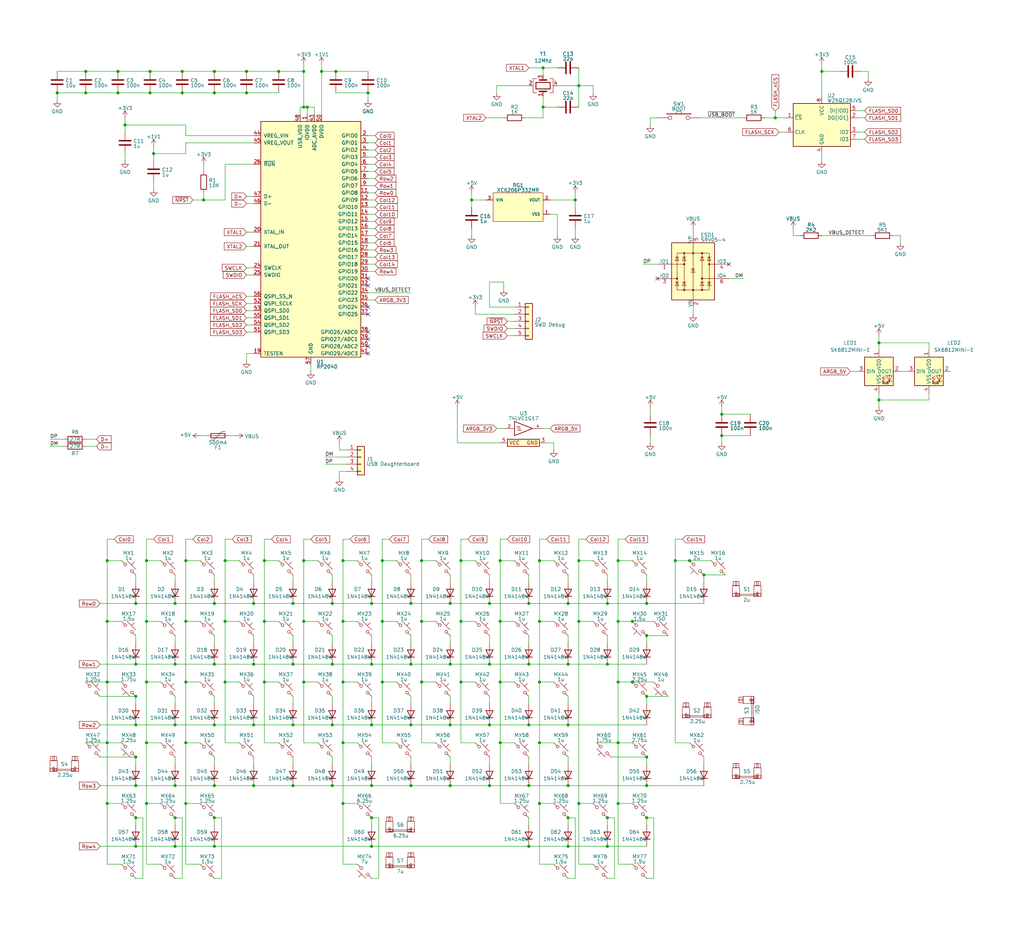
<source format=kicad_sch>
(kicad_sch (version 20220404) (generator eeschema)
  (paper "User" 363.982 329.006)
  (title_block (title "Paws60") (date "2022-08-02") (rev "2") (comment 1 "Copyright © 2022 HorrorTroll") (comment 2 "MIT License"))
  (junction (at 191.77 220.98))
  (junction (at 48.26 236.22))
  (junction (at 52.07 199.39))
  (junction (at 121.92 264.16))
  (junction (at 38.1 264.16))
  (junction (at 118.11 257.81))
  (junction (at 173.99 236.22))
  (junction (at 62.23 257.81))
  (junction (at 118.11 214.63))
  (junction (at 121.92 242.57))
  (junction (at 229.87 279.4))
  (junction (at 87.63 33.02))
  (junction (at 160.02 257.81))
  (junction (at 224.79 220.98))
  (junction (at 90.17 236.22))
  (junction (at 187.96 300.99))
  (junction (at 62.23 214.63))
  (junction (at 119.38 25.4))
  (junction (at 76.2 236.22))
  (junction (at 38.1 220.98))
  (junction (at 66.04 242.57))
  (junction (at 219.71 220.98))
  (junction (at 177.8 242.57))
  (junction (at 240.03 199.39))
  (junction (at 107.95 199.39))
  (junction (at 132.08 214.63))
  (junction (at 66.04 264.16))
  (junction (at 160.02 236.22))
  (junction (at 215.9 214.63))
  (junction (at 160.02 279.4))
  (junction (at 93.98 220.98))
  (junction (at 205.74 199.39))
  (junction (at 107.95 220.98))
  (junction (at 80.01 242.57))
  (junction (at 146.05 279.4))
  (junction (at 191.77 242.57))
  (junction (at 107.95 25.4))
  (junction (at 187.96 236.22))
  (junction (at 187.96 214.63))
  (junction (at 107.95 38.1))
  (junction (at 66.04 220.98))
  (junction (at 173.99 279.4))
  (junction (at 204.47 71.12))
  (junction (at 219.71 285.75))
  (junction (at 48.26 214.63))
  (junction (at 64.77 33.02))
  (junction (at 41.91 25.4))
  (junction (at 193.04 38.1))
  (junction (at 160.02 214.63))
  (junction (at 229.87 226.06))
  (junction (at 135.89 199.39))
  (junction (at 121.92 220.98))
  (junction (at 30.48 33.02))
  (junction (at 256.54 154.94))
  (junction (at 219.71 199.39))
  (junction (at 76.2 290.83))
  (junction (at 104.14 236.22))
  (junction (at 93.98 199.39))
  (junction (at 201.93 279.4))
  (junction (at 191.77 264.16))
  (junction (at 62.23 236.22))
  (junction (at 76.2 279.4))
  (junction (at 229.87 269.24))
  (junction (at 135.89 220.98))
  (junction (at 62.23 300.99))
  (junction (at 53.34 33.02))
  (junction (at 193.04 24.13))
  (junction (at 132.08 300.99))
  (junction (at 104.14 279.4))
  (junction (at 44.45 44.45))
  (junction (at 76.2 257.81))
  (junction (at 177.8 199.39))
  (junction (at 205.74 220.98))
  (junction (at 80.01 199.39))
  (junction (at 76.2 33.02))
  (junction (at 250.19 204.47))
  (junction (at 312.42 121.92))
  (junction (at 191.77 285.75))
  (junction (at 41.91 33.02))
  (junction (at 48.26 290.83))
  (junction (at 64.77 25.4))
  (junction (at 99.06 25.4))
  (junction (at 205.74 30.48))
  (junction (at 48.26 279.4))
  (junction (at 229.87 214.63))
  (junction (at 132.08 257.81))
  (junction (at 76.2 300.99))
  (junction (at 149.86 242.57))
  (junction (at 54.61 54.61))
  (junction (at 146.05 214.63))
  (junction (at 256.54 147.32))
  (junction (at 20.32 33.02))
  (junction (at 30.48 25.4))
  (junction (at 173.99 214.63))
  (junction (at 177.8 220.98))
  (junction (at 132.08 236.22))
  (junction (at 62.23 290.83))
  (junction (at 132.08 279.4))
  (junction (at 130.81 33.02))
  (junction (at 215.9 300.99))
  (junction (at 107.95 242.57))
  (junction (at 48.26 300.99))
  (junction (at 76.2 214.63))
  (junction (at 146.05 236.22))
  (junction (at 38.1 199.39))
  (junction (at 229.87 290.83))
  (junction (at 245.11 199.39))
  (junction (at 191.77 199.39))
  (junction (at 114.3 25.4))
  (junction (at 132.08 290.83))
  (junction (at 90.17 279.4))
  (junction (at 215.9 236.22))
  (junction (at 48.26 269.24))
  (junction (at 66.04 199.39))
  (junction (at 52.07 242.57))
  (junction (at 48.26 257.81))
  (junction (at 38.1 285.75))
  (junction (at 72.39 71.12))
  (junction (at 76.2 25.4))
  (junction (at 292.1 25.4))
  (junction (at 205.74 285.75))
  (junction (at 93.98 242.57))
  (junction (at 90.17 214.63))
  (junction (at 52.07 264.16))
  (junction (at 215.9 290.83))
  (junction (at 121.92 285.75))
  (junction (at 163.83 199.39))
  (junction (at 53.34 25.4))
  (junction (at 62.23 279.4))
  (junction (at 48.26 247.65))
  (junction (at 149.86 199.39))
  (junction (at 118.11 236.22))
  (junction (at 219.71 264.16))
  (junction (at 312.42 142.24))
  (junction (at 187.96 257.81))
  (junction (at 52.07 285.75))
  (junction (at 87.63 25.4))
  (junction (at 104.14 214.63))
  (junction (at 38.1 242.57))
  (junction (at 163.83 220.98))
  (junction (at 66.04 285.75))
  (junction (at 275.59 41.91))
  (junction (at 121.92 199.39))
  (junction (at 229.87 247.65))
  (junction (at 187.96 279.4))
  (junction (at 224.79 242.57))
  (junction (at 104.14 257.81))
  (junction (at 146.05 257.81))
  (junction (at 167.64 71.12))
  (junction (at 163.83 242.57))
  (junction (at 80.01 220.98))
  (junction (at 177.8 264.16))
  (junction (at 201.93 300.99))
  (junction (at 201.93 257.81))
  (junction (at 90.17 257.81))
  (junction (at 201.93 236.22))
  (junction (at 149.86 220.98))
  (junction (at 109.22 38.1))
  (junction (at 201.93 290.83))
  (junction (at 135.89 242.57))
  (junction (at 201.93 214.63))
  (junction (at 52.07 220.98))
  (junction (at 219.71 242.57))
  (junction (at 118.11 279.4))
  (junction (at 173.99 257.81))
  (no_connect (at 130.81 101.6))
  (no_connect (at 233.68 99.06))
  (no_connect (at 259.08 93.98))
  (no_connect (at 130.81 99.06))
  (no_connect (at 130.81 111.76))
  (no_connect (at 130.81 125.73))
  (no_connect (at 130.81 109.22))
  (no_connect (at 130.81 118.11))
  (no_connect (at 130.81 120.65))
  (no_connect (at 130.81 123.19))
  (wire (pts (xy 35.56 214.63) (xy 48.26 214.63)))
  (wire (pts (xy 132.08 204.47) (xy 132.08 207.01)))
  (wire (pts (xy 201.93 269.24) (xy 201.93 271.78)))
  (wire (pts (xy 130.81 93.98) (xy 133.35 93.98)))
  (wire (pts (xy 232.41 290.83) (xy 232.41 312.42)))
  (wire (pts (xy 259.08 99.06) (xy 264.16 99.06)))
  (wire (pts (xy 132.08 236.22) (xy 146.05 236.22)))
  (wire (pts (xy 231.14 144.78) (xy 231.14 147.32)))
  (wire (pts (xy 173.99 269.24) (xy 173.99 271.78)))
  (wire (pts (xy 218.44 290.83) (xy 218.44 312.42)))
  (wire (pts (xy 64.77 33.02) (xy 76.2 33.02)))
  (wire (pts (xy 132.08 214.63) (xy 146.05 214.63)))
  (wire (pts (xy 330.2 124.46) (xy 330.2 121.92)))
  (wire (pts (xy 109.22 38.1) (xy 109.22 40.64)))
  (wire (pts (xy 107.95 191.77) (xy 107.95 199.39)))
  (wire (pts (xy 229.87 279.4) (xy 250.19 279.4)))
  (wire (pts (xy 217.17 269.24) (xy 229.87 269.24)))
  (wire (pts (xy 163.83 220.98) (xy 168.91 220.98)))
  (wire (pts (xy 245.11 199.39) (xy 252.73 199.39)))
  (wire (pts (xy 229.87 204.47) (xy 229.87 207.01)))
  (wire (pts (xy 44.45 44.45) (xy 44.45 46.99)))
  (wire (pts (xy 130.81 83.82) (xy 133.35 83.82)))
  (wire (pts (xy 205.74 307.34) (xy 210.82 307.34)))
  (wire (pts (xy 160.02 236.22) (xy 173.99 236.22)))
  (wire (pts (xy 76.2 279.4) (xy 90.17 279.4)))
  (wire (pts (xy 219.71 220.98) (xy 219.71 242.57)))
  (wire (pts (xy 229.87 214.63) (xy 250.19 214.63)))
  (wire (pts (xy 149.86 199.39) (xy 149.86 220.98)))
  (wire (pts (xy 81.28 154.94) (xy 83.82 154.94)))
  (wire (pts (xy 34.29 158.75) (xy 30.48 158.75)))
  (wire (pts (xy 107.95 25.4) (xy 107.95 38.1)))
  (wire (pts (xy 82.55 191.77) (xy 80.01 191.77)))
  (wire (pts (xy 135.89 199.39) (xy 135.89 220.98)))
  (wire (pts (xy 20.32 25.4) (xy 30.48 25.4)))
  (wire (pts (xy 130.81 68.58) (xy 133.35 68.58)))
  (wire (pts (xy 90.17 125.73) (xy 87.63 125.73)))
  (wire (pts (xy 66.04 54.61) (xy 66.04 50.8)))
  (wire (pts (xy 62.23 290.83) (xy 64.77 290.83)))
  (wire (pts (xy 187.96 204.47) (xy 187.96 207.01)))
  (wire (pts (xy 118.11 279.4) (xy 132.08 279.4)))
  (wire (pts (xy 135.89 199.39) (xy 140.97 199.39)))
  (wire (pts (xy 146.05 236.22) (xy 160.02 236.22)))
  (wire (pts (xy 93.98 199.39) (xy 99.06 199.39)))
  (wire (pts (xy 160.02 247.65) (xy 160.02 250.19)))
  (wire (pts (xy 130.81 81.28) (xy 133.35 81.28)))
  (wire (pts (xy 76.2 300.99) (xy 132.08 300.99)))
  (wire (pts (xy 130.81 73.66) (xy 133.35 73.66)))
  (wire (pts (xy 52.07 264.16) (xy 57.15 264.16)))
  (wire (pts (xy 320.04 132.08) (xy 322.58 132.08)))
  (wire (pts (xy 135.89 264.16) (xy 140.97 264.16)))
  (wire (pts (xy 68.58 191.77) (xy 66.04 191.77)))
  (wire (pts (xy 250.19 269.24) (xy 250.19 271.78)))
  (wire (pts (xy 80.01 199.39) (xy 85.09 199.39)))
  (wire (pts (xy 93.98 220.98) (xy 93.98 242.57)))
  (wire (pts (xy 48.26 279.4) (xy 62.23 279.4)))
  (wire (pts (xy 215.9 204.47) (xy 215.9 207.01)))
  (wire (pts (xy 114.3 25.4) (xy 114.3 40.64)))
  (wire (pts (xy 72.39 71.12) (xy 72.39 68.58)))
  (wire (pts (xy 78.74 312.42) (xy 76.2 312.42)))
  (wire (pts (xy 195.58 71.12) (xy 204.47 71.12)))
  (wire (pts (xy 87.63 95.25) (xy 90.17 95.25)))
  (wire (pts (xy 275.59 39.37) (xy 275.59 41.91)))
  (wire (pts (xy 149.86 220.98) (xy 154.94 220.98)))
  (wire (pts (xy 292.1 54.61) (xy 292.1 57.15)))
  (wire (pts (xy 173.99 204.47) (xy 173.99 207.01)))
  (wire (pts (xy 119.38 25.4) (xy 130.81 25.4)))
  (wire (pts (xy 118.11 269.24) (xy 118.11 271.78)))
  (wire (pts (xy 330.2 139.7) (xy 330.2 142.24)))
  (wire (pts (xy 87.63 82.55) (xy 90.17 82.55)))
  (wire (pts (xy 191.77 220.98) (xy 191.77 242.57)))
  (wire (pts (xy 48.26 290.83) (xy 50.8 290.83)))
  (wire (pts (xy 120.65 167.64) (xy 120.65 170.18)))
  (wire (pts (xy 78.74 290.83) (xy 78.74 312.42)))
  (wire (pts (xy 193.04 24.13) (xy 193.04 26.67)))
  (wire (pts (xy 130.81 91.44) (xy 133.35 91.44)))
  (wire (pts (xy 104.14 214.63) (xy 118.11 214.63)))
  (wire (pts (xy 38.1 242.57) (xy 38.1 264.16)))
  (wire (pts (xy 130.81 63.5) (xy 133.35 63.5)))
  (wire (pts (xy 52.07 199.39) (xy 57.15 199.39)))
  (wire (pts (xy 35.56 269.24) (xy 48.26 269.24)))
  (wire (pts (xy 224.79 264.16) (xy 219.71 264.16)))
  (wire (pts (xy 104.14 257.81) (xy 118.11 257.81)))
  (wire (pts (xy 146.05 214.63) (xy 160.02 214.63)))
  (wire (pts (xy 104.14 269.24) (xy 104.14 271.78)))
  (wire (pts (xy 87.63 33.02) (xy 99.06 33.02)))
  (wire (pts (xy 160.02 204.47) (xy 160.02 207.01)))
  (wire (pts (xy 121.92 307.34) (xy 127 307.34)))
  (wire (pts (xy 205.74 199.39) (xy 205.74 220.98)))
  (wire (pts (xy 146.05 204.47) (xy 146.05 207.01)))
  (wire (pts (xy 191.77 191.77) (xy 191.77 199.39)))
  (wire (pts (xy 132.08 290.83) (xy 134.62 290.83)))
  (wire (pts (xy 107.95 242.57) (xy 107.95 264.16)))
  (wire (pts (xy 240.03 199.39) (xy 245.11 199.39)))
  (wire (pts (xy 20.32 33.02) (xy 30.48 33.02)))
  (wire (pts (xy 187.96 247.65) (xy 187.96 250.19)))
  (wire (pts (xy 118.11 247.65) (xy 118.11 250.19)))
  (wire (pts (xy 93.98 220.98) (xy 99.06 220.98)))
  (wire (pts (xy 17.78 158.75) (xy 22.86 158.75)))
  (wire (pts (xy 240.03 199.39) (xy 240.03 264.16)))
  (wire (pts (xy 205.74 220.98) (xy 210.82 220.98)))
  (wire (pts (xy 191.77 307.34) (xy 196.85 307.34)))
  (wire (pts (xy 62.23 300.99) (xy 76.2 300.99)))
  (wire (pts (xy 52.07 199.39) (xy 52.07 220.98)))
  (wire (pts (xy 62.23 247.65) (xy 62.23 250.19)))
  (wire (pts (xy 167.64 81.28) (xy 167.64 83.82)))
  (wire (pts (xy 118.11 257.81) (xy 132.08 257.81)))
  (wire (pts (xy 292.1 25.4) (xy 298.45 25.4)))
  (wire (pts (xy 201.93 290.83) (xy 201.93 293.37)))
  (wire (pts (xy 191.77 242.57) (xy 191.77 264.16)))
  (wire (pts (xy 71.12 154.94) (xy 73.66 154.94)))
  (wire (pts (xy 177.8 285.75) (xy 177.8 264.16)))
  (wire (pts (xy 191.77 199.39) (xy 191.77 220.98)))
  (wire (pts (xy 90.17 236.22) (xy 104.14 236.22)))
  (wire (pts (xy 308.61 25.4) (xy 308.61 27.94)))
  (wire (pts (xy 121.92 199.39) (xy 121.92 220.98)))
  (wire (pts (xy 168.91 109.22) (xy 168.91 111.76)))
  (wire (pts (xy 187.96 257.81) (xy 201.93 257.81)))
  (wire (pts (xy 107.95 38.1) (xy 106.68 38.1)))
  (wire (pts (xy 201.93 247.65) (xy 201.93 250.19)))
  (wire (pts (xy 191.77 220.98) (xy 196.85 220.98)))
  (wire (pts (xy 115.57 165.1) (xy 123.19 165.1)))
  (wire (pts (xy 132.08 257.81) (xy 146.05 257.81)))
  (wire (pts (xy 187.96 226.06) (xy 187.96 228.6)))
  (wire (pts (xy 38.1 264.16) (xy 43.18 264.16)))
  (wire (pts (xy 304.8 39.37) (xy 307.34 39.37)))
  (wire (pts (xy 80.01 220.98) (xy 85.09 220.98)))
  (wire (pts (xy 320.04 83.82) (xy 317.5 83.82)))
  (wire (pts (xy 205.74 285.75) (xy 205.74 307.34)))
  (wire (pts (xy 146.05 269.24) (xy 146.05 271.78)))
  (wire (pts (xy 130.81 55.88) (xy 133.35 55.88)))
  (wire (pts (xy 130.81 33.02) (xy 130.81 35.56)))
  (wire (pts (xy 240.03 264.16) (xy 245.11 264.16)))
  (wire (pts (xy 240.03 191.77) (xy 240.03 199.39)))
  (wire (pts (xy 176.53 30.48) (xy 187.96 30.48)))
  (wire (pts (xy 48.26 290.83) (xy 48.26 293.37)))
  (wire (pts (xy 166.37 191.77) (xy 163.83 191.77)))
  (wire (pts (xy 168.91 111.76) (xy 182.88 111.76)))
  (wire (pts (xy 204.47 71.12) (xy 204.47 73.66)))
  (wire (pts (xy 208.28 191.77) (xy 205.74 191.77)))
  (wire (pts (xy 107.95 199.39) (xy 107.95 220.98)))
  (wire (pts (xy 163.83 242.57) (xy 168.91 242.57)))
  (wire (pts (xy 118.11 204.47) (xy 118.11 207.01)))
  (wire (pts (xy 229.87 290.83) (xy 232.41 290.83)))
  (wire (pts (xy 187.96 24.13) (xy 193.04 24.13)))
  (wire (pts (xy 106.68 38.1) (xy 106.68 40.64)))
  (wire (pts (xy 120.65 157.48) (xy 120.65 160.02)))
  (wire (pts (xy 173.99 226.06) (xy 173.99 228.6)))
  (wire (pts (xy 177.8 242.57) (xy 177.8 264.16)))
  (wire (pts (xy 146.05 247.65) (xy 146.05 250.19)))
  (wire (pts (xy 191.77 199.39) (xy 196.85 199.39)))
  (wire (pts (xy 173.99 279.4) (xy 187.96 279.4)))
  (wire (pts (xy 187.96 300.99) (xy 201.93 300.99)))
  (wire (pts (xy 186.69 41.91) (xy 193.04 41.91)))
  (wire (pts (xy 90.17 257.81) (xy 104.14 257.81)))
  (wire (pts (xy 172.72 41.91) (xy 179.07 41.91)))
  (wire (pts (xy 135.89 242.57) (xy 135.89 264.16)))
  (wire (pts (xy 130.81 86.36) (xy 133.35 86.36)))
  (wire (pts (xy 215.9 290.83) (xy 215.9 293.37)))
  (wire (pts (xy 292.1 83.82) (xy 309.88 83.82)))
  (wire (pts (xy 76.2 290.83) (xy 78.74 290.83)))
  (wire (pts (xy 204.47 290.83) (xy 204.47 312.42)))
  (wire (pts (xy 219.71 242.57) (xy 224.79 242.57)))
  (wire (pts (xy 146.05 257.81) (xy 160.02 257.81)))
  (wire (pts (xy 62.23 226.06) (xy 62.23 228.6)))
  (wire (pts (xy 121.92 220.98) (xy 127 220.98)))
  (wire (pts (xy 48.26 300.99) (xy 62.23 300.99)))
  (wire (pts (xy 76.2 226.06) (xy 76.2 228.6)))
  (wire (pts (xy 215.9 300.99) (xy 229.87 300.99)))
  (wire (pts (xy 229.87 269.24) (xy 229.87 271.78)))
  (wire (pts (xy 118.11 214.63) (xy 132.08 214.63)))
  (wire (pts (xy 104.14 236.22) (xy 118.11 236.22)))
  (wire (pts (xy 187.96 279.4) (xy 201.93 279.4)))
  (wire (pts (xy 160.02 257.81) (xy 173.99 257.81)))
  (wire (pts (xy 64.77 25.4) (xy 76.2 25.4)))
  (wire (pts (xy 41.91 33.02) (xy 53.34 33.02)))
  (wire (pts (xy 38.1 307.34) (xy 43.18 307.34)))
  (wire (pts (xy 173.99 236.22) (xy 187.96 236.22)))
  (wire (pts (xy 219.71 220.98) (xy 224.79 220.98)))
  (wire (pts (xy 168.91 264.16) (xy 163.83 264.16)))
  (wire (pts (xy 30.48 25.4) (xy 41.91 25.4)))
  (wire (pts (xy 176.53 152.4) (xy 179.07 152.4)))
  (wire (pts (xy 182.88 264.16) (xy 177.8 264.16)))
  (wire (pts (xy 90.17 247.65) (xy 90.17 250.19)))
  (wire (pts (xy 242.57 191.77) (xy 240.03 191.77)))
  (wire (pts (xy 182.88 109.22) (xy 173.99 109.22)))
  (wire (pts (xy 219.71 191.77) (xy 219.71 199.39)))
  (wire (pts (xy 177.8 199.39) (xy 177.8 220.98)))
  (wire (pts (xy 163.83 191.77) (xy 163.83 199.39)))
  (wire (pts (xy 111.76 38.1) (xy 109.22 38.1)))
  (wire (pts (xy 201.93 300.99) (xy 215.9 300.99)))
  (wire (pts (xy 41.91 25.4) (xy 53.34 25.4)))
  (wire (pts (xy 195.58 76.2) (xy 198.12 76.2)))
  (wire (pts (xy 87.63 72.39) (xy 90.17 72.39)))
  (wire (pts (xy 62.23 257.81) (xy 76.2 257.81)))
  (wire (pts (xy 246.38 109.22) (xy 246.38 111.76)))
  (wire (pts (xy 80.01 199.39) (xy 80.01 220.98)))
  (wire (pts (xy 132.08 300.99) (xy 187.96 300.99)))
  (wire (pts (xy 72.39 58.42) (xy 72.39 60.96)))
  (wire (pts (xy 191.77 285.75) (xy 191.77 307.34)))
  (wire (pts (xy 107.95 220.98) (xy 107.95 242.57)))
  (wire (pts (xy 62.23 236.22) (xy 76.2 236.22)))
  (wire (pts (xy 38.1 264.16) (xy 38.1 285.75)))
  (wire (pts (xy 38.1 191.77) (xy 38.1 199.39)))
  (wire (pts (xy 99.06 25.4) (xy 107.95 25.4)))
  (wire (pts (xy 149.86 242.57) (xy 154.94 242.57)))
  (wire (pts (xy 115.57 162.56) (xy 123.19 162.56)))
  (wire (pts (xy 229.87 290.83) (xy 229.87 293.37)))
  (wire (pts (xy 229.87 247.65) (xy 237.49 247.65)))
  (wire (pts (xy 149.86 199.39) (xy 154.94 199.39)))
  (wire (pts (xy 138.43 191.77) (xy 135.89 191.77)))
  (wire (pts (xy 248.92 41.91) (xy 264.16 41.91)))
  (wire (pts (xy 149.86 191.77) (xy 149.86 199.39)))
  (wire (pts (xy 224.79 242.57) (xy 232.41 242.57)))
  (wire (pts (xy 66.04 220.98) (xy 71.12 220.98)))
  (wire (pts (xy 281.94 83.82) (xy 281.94 81.28)))
  (wire (pts (xy 62.23 290.83) (xy 62.23 293.37)))
  (wire (pts (xy 180.34 191.77) (xy 177.8 191.77)))
  (wire (pts (xy 80.01 264.16) (xy 85.09 264.16)))
  (wire (pts (xy 35.56 236.22) (xy 48.26 236.22)))
  (wire (pts (xy 80.01 220.98) (xy 80.01 242.57)))
  (wire (pts (xy 250.19 204.47) (xy 250.19 207.01)))
  (wire (pts (xy 292.1 22.86) (xy 292.1 25.4)))
  (wire (pts (xy 132.08 290.83) (xy 132.08 293.37)))
  (wire (pts (xy 80.01 191.77) (xy 80.01 199.39)))
  (wire (pts (xy 130.81 50.8) (xy 133.35 50.8)))
  (wire (pts (xy 196.85 285.75) (xy 191.77 285.75)))
  (wire (pts (xy 34.29 156.21) (xy 30.48 156.21)))
  (wire (pts (xy 90.17 204.47) (xy 90.17 207.01)))
  (wire (pts (xy 38.1 285.75) (xy 43.18 285.75)))
  (wire (pts (xy 20.32 33.02) (xy 20.32 35.56)))
  (wire (pts (xy 114.3 22.86) (xy 114.3 25.4)))
  (wire (pts (xy 121.92 264.16) (xy 127 264.16)))
  (wire (pts (xy 275.59 41.91) (xy 279.4 41.91)))
  (wire (pts (xy 198.12 76.2) (xy 198.12 83.82)))
  (wire (pts (xy 38.1 220.98) (xy 38.1 242.57)))
  (wire (pts (xy 121.92 242.57) (xy 127 242.57)))
  (wire (pts (xy 87.63 110.49) (xy 90.17 110.49)))
  (wire (pts (xy 330.2 121.92) (xy 312.42 121.92)))
  (wire (pts (xy 76.2 214.63) (xy 90.17 214.63)))
  (wire (pts (xy 30.48 264.16) (xy 38.1 264.16)))
  (wire (pts (xy 38.1 242.57) (xy 43.18 242.57)))
  (wire (pts (xy 306.07 25.4) (xy 308.61 25.4)))
  (wire (pts (xy 48.26 269.24) (xy 48.26 271.78)))
  (wire (pts (xy 66.04 220.98) (xy 66.04 242.57)))
  (wire (pts (xy 173.99 257.81) (xy 187.96 257.81)))
  (wire (pts (xy 121.92 191.77) (xy 121.92 199.39)))
  (wire (pts (xy 302.26 132.08) (xy 304.8 132.08)))
  (wire (pts (xy 53.34 33.02) (xy 64.77 33.02)))
  (wire (pts (xy 149.86 264.16) (xy 154.94 264.16)))
  (wire (pts (xy 38.1 220.98) (xy 43.18 220.98)))
  (wire (pts (xy 80.01 242.57) (xy 85.09 242.57)))
  (wire (pts (xy 123.19 167.64) (xy 120.65 167.64)))
  (wire (pts (xy 66.04 44.45) (xy 66.04 48.26)))
  (wire (pts (xy 53.34 25.4) (xy 64.77 25.4)))
  (wire (pts (xy 173.99 100.33) (xy 179.07 100.33)))
  (wire (pts (xy 219.71 285.75) (xy 219.71 264.16)))
  (wire (pts (xy 215.9 214.63) (xy 229.87 214.63)))
  (wire (pts (xy 219.71 307.34) (xy 224.79 307.34)))
  (wire (pts (xy 256.54 154.94) (xy 266.7 154.94)))
  (wire (pts (xy 104.14 247.65) (xy 104.14 250.19)))
  (wire (pts (xy 62.23 214.63) (xy 76.2 214.63)))
  (wire (pts (xy 256.54 144.78) (xy 256.54 147.32)))
  (wire (pts (xy 304.8 46.99) (xy 307.34 46.99)))
  (wire (pts (xy 72.39 71.12) (xy 80.01 71.12)))
  (wire (pts (xy 54.61 54.61) (xy 54.61 52.07)))
  (wire (pts (xy 193.04 38.1) (xy 198.12 38.1)))
  (wire (pts (xy 121.92 285.75) (xy 127 285.75)))
  (wire (pts (xy 80.01 71.12) (xy 80.01 58.42)))
  (wire (pts (xy 232.41 312.42) (xy 229.87 312.42)))
  (wire (pts (xy 132.08 269.24) (xy 132.08 271.78)))
  (wire (pts (xy 215.9 290.83) (xy 218.44 290.83)))
  (wire (pts (xy 87.63 25.4) (xy 99.06 25.4)))
  (wire (pts (xy 90.17 214.63) (xy 104.14 214.63)))
  (wire (pts (xy 205.74 24.13) (xy 205.74 30.48)))
  (wire (pts (xy 96.52 191.77) (xy 93.98 191.77)))
  (wire (pts (xy 48.26 247.65) (xy 48.26 250.19)))
  (wire (pts (xy 76.2 25.4) (xy 87.63 25.4)))
  (wire (pts (xy 30.48 33.02) (xy 41.91 33.02)))
  (wire (pts (xy 62.23 279.4) (xy 76.2 279.4)))
  (wire (pts (xy 90.17 279.4) (xy 104.14 279.4)))
  (wire (pts (xy 52.07 191.77) (xy 52.07 199.39)))
  (wire (pts (xy 121.92 264.16) (xy 121.92 285.75)))
  (wire (pts (xy 52.07 220.98) (xy 57.15 220.98)))
  (wire (pts (xy 146.05 226.06) (xy 146.05 228.6)))
  (wire (pts (xy 130.81 48.26) (xy 133.35 48.26)))
  (wire (pts (xy 66.04 242.57) (xy 66.04 264.16)))
  (wire (pts (xy 215.9 236.22) (xy 229.87 236.22)))
  (wire (pts (xy 246.38 81.28) (xy 246.38 83.82)))
  (wire (pts (xy 57.15 285.75) (xy 52.07 285.75)))
  (wire (pts (xy 104.14 279.4) (xy 118.11 279.4)))
  (wire (pts (xy 52.07 264.16) (xy 52.07 285.75)))
  (wire (pts (xy 35.56 257.81) (xy 48.26 257.81)))
  (wire (pts (xy 281.94 83.82) (xy 284.48 83.82)))
  (wire (pts (xy 52.07 307.34) (xy 57.15 307.34)))
  (wire (pts (xy 229.87 247.65) (xy 229.87 250.19)))
  (wire (pts (xy 93.98 199.39) (xy 93.98 220.98)))
  (wire (pts (xy 191.77 242.57) (xy 196.85 242.57)))
  (wire (pts (xy 76.2 247.65) (xy 76.2 250.19)))
  (wire (pts (xy 123.19 160.02) (xy 120.65 160.02)))
  (wire (pts (xy 210.82 30.48) (xy 210.82 33.02)))
  (wire (pts (xy 48.26 214.63) (xy 62.23 214.63)))
  (wire (pts (xy 68.58 71.12) (xy 72.39 71.12)))
  (wire (pts (xy 54.61 64.77) (xy 54.61 67.31)))
  (wire (pts (xy 330.2 142.24) (xy 312.42 142.24)))
  (wire (pts (xy 52.07 285.75) (xy 52.07 307.34)))
  (wire (pts (xy 66.04 285.75) (xy 71.12 285.75)))
  (wire (pts (xy 118.11 226.06) (xy 118.11 228.6)))
  (wire (pts (xy 212.09 264.16) (xy 219.71 264.16)))
  (wire (pts (xy 48.26 226.06) (xy 48.26 228.6)))
  (wire (pts (xy 201.93 290.83) (xy 204.47 290.83)))
  (wire (pts (xy 201.93 204.47) (xy 201.93 207.01)))
  (wire (pts (xy 66.04 285.75) (xy 66.04 264.16)))
  (wire (pts (xy 44.45 54.61) (xy 44.45 57.15)))
  (wire (pts (xy 66.04 50.8) (xy 90.17 50.8)))
  (wire (pts (xy 271.78 41.91) (xy 275.59 41.91)))
  (wire (pts (xy 187.96 269.24) (xy 187.96 271.78)))
  (wire (pts (xy 149.86 242.57) (xy 149.86 264.16)))
  (wire (pts (xy 93.98 242.57) (xy 93.98 264.16)))
  (wire (pts (xy 163.83 199.39) (xy 163.83 220.98)))
  (wire (pts (xy 219.71 285.75) (xy 219.71 307.34)))
  (wire (pts (xy 224.79 220.98) (xy 232.41 220.98)))
  (wire (pts (xy 107.95 199.39) (xy 113.03 199.39)))
  (wire (pts (xy 66.04 307.34) (xy 71.12 307.34)))
  (wire (pts (xy 110.49 129.54) (xy 110.49 132.08)))
  (wire (pts (xy 173.99 247.65) (xy 173.99 250.19)))
  (wire (pts (xy 162.56 144.78) (xy 162.56 157.48)))
  (wire (pts (xy 44.45 44.45) (xy 66.04 44.45)))
  (wire (pts (xy 222.25 191.77) (xy 219.71 191.77)))
  (wire (pts (xy 87.63 115.57) (xy 90.17 115.57)))
  (wire (pts (xy 149.86 220.98) (xy 149.86 242.57)))
  (wire (pts (xy 160.02 226.06) (xy 160.02 228.6)))
  (wire (pts (xy 130.81 53.34) (xy 133.35 53.34)))
  (wire (pts (xy 180.34 119.38) (xy 182.88 119.38)))
  (wire (pts (xy 135.89 220.98) (xy 135.89 242.57)))
  (wire (pts (xy 205.74 199.39) (xy 210.82 199.39)))
  (wire (pts (xy 66.04 48.26) (xy 90.17 48.26)))
  (wire (pts (xy 50.8 312.42) (xy 48.26 312.42)))
  (wire (pts (xy 130.81 88.9) (xy 133.35 88.9)))
  (wire (pts (xy 40.64 191.77) (xy 38.1 191.77)))
  (wire (pts (xy 76.2 204.47) (xy 76.2 207.01)))
  (wire (pts (xy 48.26 204.47) (xy 48.26 207.01)))
  (wire (pts (xy 201.93 279.4) (xy 229.87 279.4)))
  (wire (pts (xy 87.63 113.03) (xy 90.17 113.03)))
  (wire (pts (xy 256.54 147.32) (xy 266.7 147.32)))
  (wire (pts (xy 54.61 54.61) (xy 54.61 57.15)))
  (wire (pts (xy 87.63 69.85) (xy 90.17 69.85)))
  (wire (pts (xy 219.71 242.57) (xy 219.71 264.16)))
  (wire (pts (xy 233.68 41.91) (xy 231.14 41.91)))
  (wire (pts (xy 110.49 191.77) (xy 107.95 191.77)))
  (wire (pts (xy 215.9 226.06) (xy 215.9 228.6)))
  (wire (pts (xy 152.4 191.77) (xy 149.86 191.77)))
  (wire (pts (xy 76.2 236.22) (xy 90.17 236.22)))
  (wire (pts (xy 204.47 312.42) (xy 201.93 312.42)))
  (wire (pts (xy 231.14 154.94) (xy 231.14 157.48)))
  (wire (pts (xy 224.79 285.75) (xy 219.71 285.75)))
  (wire (pts (xy 87.63 107.95) (xy 90.17 107.95)))
  (wire (pts (xy 64.77 290.83) (xy 64.77 312.42)))
  (wire (pts (xy 193.04 34.29) (xy 193.04 38.1)))
  (wire (pts (xy 90.17 226.06) (xy 90.17 228.6)))
  (wire (pts (xy 205.74 191.77) (xy 205.74 199.39)))
  (wire (pts (xy 64.77 312.42) (xy 62.23 312.42)))
  (wire (pts (xy 187.96 236.22) (xy 201.93 236.22)))
  (wire (pts (xy 62.23 269.24) (xy 62.23 271.78)))
  (wire (pts (xy 118.11 236.22) (xy 132.08 236.22)))
  (wire (pts (xy 54.61 191.77) (xy 52.07 191.77)))
  (wire (pts (xy 160.02 269.24) (xy 160.02 271.78)))
  (wire (pts (xy 163.83 220.98) (xy 163.83 242.57)))
  (wire (pts (xy 80.01 242.57) (xy 80.01 264.16)))
  (wire (pts (xy 134.62 290.83) (xy 134.62 312.42)))
  (wire (pts (xy 130.81 60.96) (xy 133.35 60.96)))
  (wire (pts (xy 312.42 139.7) (xy 312.42 142.24)))
  (wire (pts (xy 135.89 242.57) (xy 140.97 242.57)))
  (wire (pts (xy 304.8 49.53) (xy 307.34 49.53)))
  (wire (pts (xy 219.71 199.39) (xy 224.79 199.39)))
  (wire (pts (xy 121.92 199.39) (xy 127 199.39)))
  (wire (pts (xy 205.74 285.75) (xy 210.82 285.75)))
  (wire (pts (xy 38.1 199.39) (xy 43.18 199.39)))
  (wire (pts (xy 312.42 121.92) (xy 312.42 124.46)))
  (wire (pts (xy 135.89 220.98) (xy 140.97 220.98)))
  (wire (pts (xy 52.07 242.57) (xy 57.15 242.57)))
  (wire (pts (xy 107.95 242.57) (xy 113.03 242.57)))
  (wire (pts (xy 320.04 86.36) (xy 320.04 83.82)))
  (wire (pts (xy 191.77 285.75) (xy 191.77 264.16)))
  (wire (pts (xy 114.3 25.4) (xy 119.38 25.4)))
  (wire (pts (xy 205.74 220.98) (xy 205.74 285.75)))
  (wire (pts (xy 90.17 269.24) (xy 90.17 271.78)))
  (wire (pts (xy 132.08 247.65) (xy 132.08 250.19)))
  (wire (pts (xy 48.26 257.81) (xy 62.23 257.81)))
  (wire (pts (xy 193.04 152.4) (xy 195.58 152.4)))
  (wire (pts (xy 87.63 87.63) (xy 90.17 87.63)))
  (wire (pts (xy 229.87 226.06) (xy 237.49 226.06)))
  (wire (pts (xy 30.48 242.57) (xy 38.1 242.57)))
  (wire (pts (xy 304.8 41.91) (xy 307.34 41.91)))
  (wire (pts (xy 204.47 81.28) (xy 204.47 83.82)))
  (wire (pts (xy 312.42 142.24) (xy 312.42 144.78)))
  (wire (pts (xy 76.2 269.24) (xy 76.2 271.78)))
  (wire (pts (xy 177.8 191.77) (xy 177.8 199.39)))
  (wire (pts (xy 229.87 226.06) (xy 229.87 228.6)))
  (wire (pts (xy 44.45 41.91) (xy 44.45 44.45)))
  (wire (pts (xy 104.14 226.06) (xy 104.14 228.6)))
  (wire (pts (xy 187.96 290.83) (xy 187.96 293.37)))
  (wire (pts (xy 160.02 214.63) (xy 173.99 214.63)))
  (wire (pts (xy 87.63 105.41) (xy 90.17 105.41)))
  (wire (pts (xy 66.04 191.77) (xy 66.04 199.39)))
  (wire (pts (xy 17.78 156.21) (xy 22.86 156.21)))
  (wire (pts (xy 163.83 199.39) (xy 168.91 199.39)))
  (wire (pts (xy 173.99 109.22) (xy 173.99 100.33)))
  (wire (pts (xy 38.1 199.39) (xy 38.1 220.98)))
  (wire (pts (xy 180.34 116.84) (xy 182.88 116.84)))
  (wire (pts (xy 52.07 220.98) (xy 52.07 242.57)))
  (wire (pts (xy 179.07 100.33) (xy 179.07 102.87)))
  (wire (pts (xy 130.81 66.04) (xy 133.35 66.04)))
  (wire (pts (xy 173.99 214.63) (xy 187.96 214.63)))
  (wire (pts (xy 107.95 22.86) (xy 107.95 25.4)))
  (wire (pts (xy 201.93 236.22) (xy 215.9 236.22)))
  (wire (pts (xy 109.22 38.1) (xy 107.95 38.1)))
  (wire (pts (xy 76.2 33.02) (xy 87.63 33.02)))
  (wire (pts (xy 66.04 199.39) (xy 66.04 220.98)))
  (wire (pts (xy 146.05 279.4) (xy 160.02 279.4)))
  (wire (pts (xy 111.76 40.64) (xy 111.76 38.1)))
  (wire (pts (xy 132.08 279.4) (xy 146.05 279.4)))
  (wire (pts (xy 187.96 214.63) (xy 201.93 214.63)))
  (wire (pts (xy 231.14 41.91) (xy 231.14 44.45)))
  (wire (pts (xy 99.06 264.16) (xy 93.98 264.16)))
  (wire (pts (xy 107.95 220.98) (xy 113.03 220.98)))
  (wire (pts (xy 194.31 191.77) (xy 191.77 191.77)))
  (wire (pts (xy 121.92 285.75) (xy 121.92 307.34)))
  (wire (pts (xy 130.81 76.2) (xy 133.35 76.2)))
  (wire (pts (xy 130.81 58.42) (xy 133.35 58.42)))
  (wire (pts (xy 35.56 300.99) (xy 48.26 300.99)))
  (wire (pts (xy 193.04 24.13) (xy 198.12 24.13)))
  (wire (pts (xy 256.54 154.94) (xy 256.54 157.48)))
  (wire (pts (xy 177.8 220.98) (xy 182.88 220.98)))
  (wire (pts (xy 198.12 30.48) (xy 205.74 30.48)))
  (wire (pts (xy 167.64 71.12) (xy 167.64 73.66)))
  (wire (pts (xy 180.34 114.3) (xy 182.88 114.3)))
  (wire (pts (xy 160.02 279.4) (xy 173.99 279.4)))
  (wire (pts (xy 104.14 204.47) (xy 104.14 207.01)))
  (wire (pts (xy 132.08 226.06) (xy 132.08 228.6)))
  (wire (pts (xy 121.92 242.57) (xy 121.92 264.16)))
  (wire (pts (xy 62.23 204.47) (xy 62.23 207.01)))
  (wire (pts (xy 194.31 157.48) (xy 196.85 157.48)))
  (wire (pts (xy 48.26 236.22) (xy 62.23 236.22)))
  (wire (pts (xy 167.64 68.58) (xy 167.64 71.12)))
  (wire (pts (xy 93.98 242.57) (xy 99.06 242.57)))
  (wire (pts (xy 87.63 125.73) (xy 87.63 128.27)))
  (wire (pts (xy 87.63 118.11) (xy 90.17 118.11)))
  (wire (pts (xy 93.98 191.77) (xy 93.98 199.39)))
  (wire (pts (xy 35.56 279.4) (xy 48.26 279.4)))
  (wire (pts (xy 177.8 199.39) (xy 182.88 199.39)))
  (wire (pts (xy 121.92 220.98) (xy 121.92 242.57)))
  (wire (pts (xy 177.8 157.48) (xy 162.56 157.48)))
  (wire (pts (xy 292.1 25.4) (xy 292.1 34.29)))
  (wire (pts (xy 54.61 54.61) (xy 66.04 54.61)))
  (wire (pts (xy 134.62 312.42) (xy 132.08 312.42)))
  (wire (pts (xy 130.81 106.68) (xy 133.35 106.68)))
  (wire (pts (xy 50.8 290.83) (xy 50.8 312.42)))
  (wire (pts (xy 205.74 30.48) (xy 205.74 38.1)))
  (wire (pts (xy 76.2 257.81) (xy 90.17 257.81)))
  (wire (pts (xy 191.77 264.16) (xy 196.85 264.16)))
  (wire (pts (xy 163.83 242.57) (xy 163.83 264.16)))
  (wire (pts (xy 130.81 96.52) (xy 133.35 96.52)))
  (wire (pts (xy 205.74 30.48) (xy 210.82 30.48)))
  (wire (pts (xy 182.88 285.75) (xy 177.8 285.75)))
  (wire (pts (xy 80.01 58.42) (xy 90.17 58.42)))
  (wire (pts (xy 167.64 71.12) (xy 172.72 71.12)))
  (wire (pts (xy 193.04 41.91) (xy 193.04 38.1)))
  (wire (pts (xy 66.04 242.57) (xy 71.12 242.57)))
  (wire (pts (xy 218.44 312.42) (xy 215.9 312.42)))
  (wire (pts (xy 196.85 157.48) (xy 196.85 160.02)))
  (wire (pts (xy 228.6 93.98) (xy 233.68 93.98)))
  (wire (pts (xy 130.81 71.12) (xy 133.35 71.12)))
  (wire (pts (xy 66.04 285.75) (xy 66.04 307.34)))
  (wire (pts (xy 52.07 242.57) (xy 52.07 264.16)))
  (wire (pts (xy 201.93 226.06) (xy 201.93 228.6)))
  (wire (pts (xy 87.63 97.79) (xy 90.17 97.79)))
  (wire (pts (xy 113.03 264.16) (xy 107.95 264.16)))
  (wire (pts (xy 276.86 46.99) (xy 279.4 46.99)))
  (wire (pts (xy 130.81 78.74) (xy 133.35 78.74)))
  (wire (pts (xy 66.04 199.39) (xy 71.12 199.39)))
  (wire (pts (xy 312.42 119.38) (xy 312.42 121.92)))
  (wire (pts (xy 130.81 104.14) (xy 146.05 104.14)))
  (wire (pts (xy 124.46 191.77) (xy 121.92 191.77)))
  (wire (pts (xy 204.47 68.58) (xy 204.47 71.12)))
  (wire (pts (xy 177.8 220.98) (xy 177.8 242.57)))
  (wire (pts (xy 201.93 257.81) (xy 229.87 257.81)))
  (wire (pts (xy 76.2 290.83) (xy 76.2 293.37)))
  (wire (pts (xy 201.93 214.63) (xy 215.9 214.63)))
  (wire (pts (xy 119.38 33.02) (xy 130.81 33.02)))
  (wire (pts (xy 38.1 285.75) (xy 38.1 307.34)))
  (wire (pts (xy 177.8 242.57) (xy 182.88 242.57)))
  (wire (pts (xy 135.89 191.77) (xy 135.89 199.39)))
  (wire (pts (xy 176.53 30.48) (xy 176.53 33.02)))
  (wire (pts (xy 66.04 264.16) (xy 71.12 264.16)))
  (wire (pts (xy 250.19 204.47) (xy 257.81 204.47)))
  (wire (pts (xy 35.56 247.65) (xy 48.26 247.65)))
  (wire (pts (xy 219.71 199.39) (xy 219.71 220.98)))
  (label "DM" (at 115.57 162.56 0))
  (label "DP" (at 115.57 165.1 0))
  (label "~{USB_BOOT}" (at 251.46 41.91 0))
  (label "DP" (at 228.6 93.98 0))
  (label "DM" (at 17.78 158.75 0))
  (label "VBUS_DETECT" (at 307.34 83.82 0))
  (label "DM" (at 264.16 99.06 0))
  (label "DP" (at 17.78 156.21 0))
  (label "VBUS_DETECT" (at 146.05 104.14 0))
  (global_label "FLASH_SD1" (shape input) (at 87.63 113.03 180) (property "Intersheetrefs" "${INTERSHEET_REFS}" (effects hide)))
  (global_label "Col8" (shape input) (at 152.4 191.77 0) (property "Intersheetrefs" "${INTERSHEET_REFS}" (effects hide)))
  (global_label "ARGB_3V3" (shape input) (at 133.35 106.68 0) (property "Intersheet References" "${INTERSHEET_REFS}" (effects hide)))
  (global_label "Col7" (shape input) (at 138.43 191.77 0) (property "Intersheetrefs" "${INTERSHEET_REFS}" (effects hide)))
  (global_label "Col4" (shape input) (at 133.35 58.42 0) (property "Intersheetrefs" "${INTERSHEET_REFS}" (effects hide)))
  (global_label "Col12" (shape input) (at 208.28 191.77 0) (property "Intersheetrefs" "${INTERSHEET_REFS}" (effects hide)))
  (global_label "XTAL2" (shape input) (at 87.63 87.63 180) (property "Intersheetrefs" "${INTERSHEET_REFS}" (effects hide)))
  (global_label "Col3" (shape input) (at 133.35 55.88 0) (property "Intersheetrefs" "${INTERSHEET_REFS}" (effects hide)))
  (global_label "Row0" (shape input) (at 35.56 214.63 180) (property "Intersheetrefs" "${INTERSHEET_REFS}" (effects hide)))
  (global_label "Col1" (shape input) (at 133.35 50.8 0) (property "Intersheetrefs" "${INTERSHEET_REFS}" (effects hide)))
  (global_label "Col14" (shape input) (at 133.35 93.98 0) (property "Intersheetrefs" "${INTERSHEET_REFS}" (effects hide)))
  (global_label "Col10" (shape input) (at 180.34 191.77 0) (property "Intersheetrefs" "${INTERSHEET_REFS}" (effects hide)))
  (global_label "Col2" (shape input) (at 68.58 191.77 0) (property "Intersheetrefs" "${INTERSHEET_REFS}" (effects hide)))
  (global_label "XTAL2" (shape input) (at 172.72 41.91 180) (property "Intersheetrefs" "${INTERSHEET_REFS}" (effects hide)))
  (global_label "ARGB_5V" (shape input) (at 302.26 132.08 180) (property "Intersheet References" "${INTERSHEET_REFS}" (effects hide)))
  (global_label "FLASH_SD0" (shape input) (at 87.63 110.49 180) (property "Intersheetrefs" "${INTERSHEET_REFS}" (effects hide)))
  (global_label "Col14" (shape input) (at 242.57 191.77 0) (property "Intersheetrefs" "${INTERSHEET_REFS}" (effects hide)))
  (global_label "D+" (shape input) (at 87.63 69.85 180) (property "Intersheetrefs" "${INTERSHEET_REFS}" (effects hide)))
  (global_label "Row1" (shape input) (at 35.56 236.22 180) (property "Intersheetrefs" "${INTERSHEET_REFS}" (effects hide)))
  (global_label "FLASH_SD2" (shape input) (at 307.34 46.99 0) (property "Intersheetrefs" "${INTERSHEET_REFS}" (effects hide)))
  (global_label "Row3" (shape input) (at 133.35 88.9 0) (property "Intersheetrefs" "${INTERSHEET_REFS}" (effects hide)))
  (global_label "Col10" (shape input) (at 133.35 76.2 0) (property "Intersheetrefs" "${INTERSHEET_REFS}" (effects hide)))
  (global_label "Col11" (shape input) (at 133.35 73.66 0) (property "Intersheetrefs" "${INTERSHEET_REFS}" (effects hide)))
  (global_label "Col0" (shape input) (at 40.64 191.77 0) (property "Intersheetrefs" "${INTERSHEET_REFS}" (effects hide)))
  (global_label "D+" (shape input) (at 34.29 156.21 0) (property "Intersheet References" "${INTERSHEET_REFS}" (effects hide)))
  (global_label "~{NRST}" (shape input) (at 180.34 114.3 180) (property "Intersheetrefs" "${INTERSHEET_REFS}" (effects hide)))
  (global_label "Col3" (shape input) (at 82.55 191.77 0) (property "Intersheetrefs" "${INTERSHEET_REFS}" (effects hide)))
  (global_label "Row1" (shape input) (at 133.35 66.04 0) (property "Intersheetrefs" "${INTERSHEET_REFS}" (effects hide)))
  (global_label "Row0" (shape input) (at 133.35 68.58 0) (property "Intersheetrefs" "${INTERSHEET_REFS}" (effects hide)))
  (global_label "FLASH_nCS" (shape input) (at 87.63 105.41 180) (property "Intersheetrefs" "${INTERSHEET_REFS}" (effects hide)))
  (global_label "Row3" (shape input) (at 35.56 279.4 180) (property "Intersheetrefs" "${INTERSHEET_REFS}" (effects hide)))
  (global_label "Col6" (shape input) (at 124.46 191.77 0) (property "Intersheetrefs" "${INTERSHEET_REFS}" (effects hide)))
  (global_label "D-" (shape input) (at 34.29 158.75 0) (property "Intersheet References" "${INTERSHEET_REFS}" (effects hide)))
  (global_label "~{NRST}" (shape input) (at 68.58 71.12 180) (property "Intersheetrefs" "${INTERSHEET_REFS}" (effects hide)))
  (global_label "SWCLK" (shape input) (at 87.63 95.25 180) (property "Intersheetrefs" "${INTERSHEET_REFS}" (effects hide)))
  (global_label "ARGB_5V" (shape input) (at 195.58 152.4 0) (property "Intersheet References" "${INTERSHEET_REFS}" (effects hide)))
  (global_label "Col8" (shape input) (at 133.35 81.28 0) (property "Intersheetrefs" "${INTERSHEET_REFS}" (effects hide)))
  (global_label "Col7" (shape input) (at 133.35 83.82 0) (property "Intersheetrefs" "${INTERSHEET_REFS}" (effects hide)))
  (global_label "Col13" (shape input) (at 222.25 191.77 0) (property "Intersheetrefs" "${INTERSHEET_REFS}" (effects hide)))
  (global_label "FLASH_SCK" (shape input) (at 87.63 107.95 180) (property "Intersheetrefs" "${INTERSHEET_REFS}" (effects hide)))
  (global_label "Col2" (shape input) (at 133.35 53.34 0) (property "Intersheetrefs" "${INTERSHEET_REFS}" (effects hide)))
  (global_label "Col12" (shape input) (at 133.35 71.12 0) (property "Intersheetrefs" "${INTERSHEET_REFS}" (effects hide)))
  (global_label "Row2" (shape input) (at 133.35 63.5 0) (property "Intersheetrefs" "${INTERSHEET_REFS}" (effects hide)))
  (global_label "FLASH_SD0" (shape input) (at 307.34 39.37 0) (property "Intersheetrefs" "${INTERSHEET_REFS}" (effects hide)))
  (global_label "SWDIO" (shape input) (at 180.34 116.84 180) (property "Intersheetrefs" "${INTERSHEET_REFS}" (effects hide)))
  (global_label "Col9" (shape input) (at 166.37 191.77 0) (property "Intersheetrefs" "${INTERSHEET_REFS}" (effects hide)))
  (global_label "Row4" (shape input) (at 35.56 300.99 180) (property "Intersheetrefs" "${INTERSHEET_REFS}" (effects hide)))
  (global_label "Col4" (shape input) (at 96.52 191.77 0) (property "Intersheetrefs" "${INTERSHEET_REFS}" (effects hide)))
  (global_label "FLASH_SD3" (shape input) (at 307.34 49.53 0) (property "Intersheetrefs" "${INTERSHEET_REFS}" (effects hide)))
  (global_label "D-" (shape input) (at 87.63 72.39 180) (property "Intersheetrefs" "${INTERSHEET_REFS}" (effects hide)))
  (global_label "SWCLK" (shape input) (at 180.34 119.38 180) (property "Intersheetrefs" "${INTERSHEET_REFS}" (effects hide)))
  (global_label "FLASH_nCS" (shape input) (at 275.59 39.37 90) (property "Intersheetrefs" "${INTERSHEET_REFS}" (effects hide)))
  (global_label "FLASH_SD2" (shape input) (at 87.63 115.57 180) (property "Intersheetrefs" "${INTERSHEET_REFS}" (effects hide)))
  (global_label "XTAL1" (shape input) (at 87.63 82.55 180) (property "Intersheetrefs" "${INTERSHEET_REFS}" (effects hide)))
  (global_label "FLASH_SD1" (shape input) (at 307.34 41.91 0) (property "Intersheetrefs" "${INTERSHEET_REFS}" (effects hide)))
  (global_label "Col1" (shape input) (at 54.61 191.77 0) (property "Intersheetrefs" "${INTERSHEET_REFS}" (effects hide)))
  (global_label "ARGB_3V3" (shape input) (at 176.53 152.4 180) (property "Intersheet References" "${INTERSHEET_REFS}" (effects hide)))
  (global_label "Col5" (shape input) (at 110.49 191.77 0) (property "Intersheetrefs" "${INTERSHEET_REFS}" (effects hide)))
  (global_label "Col5" (shape input) (at 133.35 60.96 0) (property "Intersheetrefs" "${INTERSHEET_REFS}" (effects hide)))
  (global_label "Col6" (shape input) (at 133.35 86.36 0) (property "Intersheetrefs" "${INTERSHEET_REFS}" (effects hide)))
  (global_label "FLASH_SCK" (shape input) (at 276.86 46.99 180) (property "Intersheetrefs" "${INTERSHEET_REFS}" (effects hide)))
  (global_label "Col9" (shape input) (at 133.35 78.74 0) (property "Intersheetrefs" "${INTERSHEET_REFS}" (effects hide)))
  (global_label "Row2" (shape input) (at 35.56 257.81 180) (property "Intersheetrefs" "${INTERSHEET_REFS}" (effects hide)))
  (global_label "XTAL1" (shape input) (at 187.96 24.13 180) (property "Intersheetrefs" "${INTERSHEET_REFS}" (effects hide)))
  (global_label "Col0" (shape input) (at 133.35 48.26 0) (property "Intersheetrefs" "${INTERSHEET_REFS}" (effects hide)))
  (global_label "FLASH_SD3" (shape input) (at 87.63 118.11 180) (property "Intersheetrefs" "${INTERSHEET_REFS}" (effects hide)))
  (global_label "Col11" (shape input) (at 194.31 191.77 0) (property "Intersheetrefs" "${INTERSHEET_REFS}" (effects hide)))
  (global_label "Row4" (shape input) (at 133.35 96.52 0) (property "Intersheetrefs" "${INTERSHEET_REFS}" (effects hide)))
  (global_label "Col13" (shape input) (at 133.35 91.44 0) (property "Intersheetrefs" "${INTERSHEET_REFS}" (effects hide)))
  (global_label "SWDIO" (shape input) (at 87.63 97.79 180) (property "Intersheetrefs" "${INTERSHEET_REFS}" (effects hide)))
  (symbol (lib_id "marbastlib-mx:MX_SW_HS") (at 227.33 245.11 0) (unit 1)
    (default_instance (reference "SW") (unit 1) (value "MX_SW_HS") (footprint "marbastlib-mx:SW_MX_HS_1u"))
    (property "Reference" "MX45" (at 227.33 239.8649 0))
    (property "Value" "2.25u" (at 227.33 241.6271 0))
    (property "Footprint" "marbastlib-mx:SW_MX_HS_1u" (effects hide))
  )
  (symbol (lib_id "Device:D") (at 160.02 232.41 90) (unit 1)
    (default_instance (reference "D") (unit 1) (value "D") (footprint ""))
    (property "Reference" "D24" (at 153.67 231.14 90) (effects (justify right)))
    (property "Value" "1N4148W" (at 151.13 233.68 90) (effects (justify right)))
    (property "Footprint" "Diode_SMD:D_SOD-123" (effects hide))
    (property "LCSC Part Number" "C115103" (effects hide))
  )
  (symbol (lib_id "Device:D") (at 48.26 254 90) (unit 1)
    (default_instance (reference "D") (unit 1) (value "D") (footprint ""))
    (property "Reference" "D30" (at 41.91 252.73 90) (effects (justify right)))
    (property "Value" "1N4148W" (at 39.37 255.27 90) (effects (justify right)))
    (property "Footprint" "Diode_SMD:D_SOD-123" (effects hide))
    (property "LCSC Part Number" "C115103" (effects hide))
  )
  (symbol (lib_id "josh-ic:RP2040") (at 110.49 91.44 0) (unit 1)
    (default_instance (reference "U") (unit 1) (value "RP2040") (footprint ""))
    (property "Reference" "U1" (at 112.4459 128.6431 0) (effects (justify left)))
    (property "Value" "RP2040" (at 112.4459 130.4053 0) (effects (justify left)))
    (property "Footprint" "josh-dfn-qfn:RP2040-QFN-56" (effects hide))
  )
  (symbol (lib_id "marbastlib-mx:MX_SW_HS") (at 45.72 245.11 180) (unit 1)
    (default_instance (reference "SW") (unit 1) (value "MX_SW_HS") (footprint "marbastlib-mx:SW_MX_HS_1u"))
    (property "Reference" "MX33" (at 45.72 239.8649 0))
    (property "Value" "1.75u" (at 45.72 241.6271 0))
    (property "Footprint" "marbastlib-mx:SW_MX_HS_1.75u" (effects hide))
  )
  (symbol (lib_id "marbastlib-mx:MX_SW_HS") (at 247.65 266.7 0) (unit 1)
    (default_instance (reference "SW") (unit 1) (value "MX_SW_HS") (footprint "marbastlib-mx:SW_MX_HS_1u"))
    (property "Reference" "MX62" (at 247.65 261.4549 0))
    (property "Value" "1u" (at 247.65 263.2171 0))
    (property "Footprint" "marbastlib-mx:SW_MX_HS_1u" (effects hide))
  )
  (symbol (lib_id "marbastlib-mx:MX_SW_HS") (at 199.39 266.7 0) (unit 1)
    (default_instance (reference "SW") (unit 1) (value "MX_SW_HS") (footprint "marbastlib-mx:SW_MX_HS_1u"))
    (property "Reference" "MX59" (at 199.39 261.4549 0))
    (property "Value" "1u" (at 199.39 263.2171 0))
    (property "Footprint" "marbastlib-mx:SW_MX_HS_1u" (effects hide))
  )
  (symbol (lib_id "Device:C") (at 20.32 29.21 0) (unit 1)
    (default_instance (reference "C") (unit 1) (value "C") (footprint ""))
    (property "Reference" "C1" (at 23.241 28.6155 0) (effects (justify left)))
    (property "Value" "10u" (at 23.241 30.3777 0) (effects (justify left)))
    (property "Footprint" "Capacitor_SMD:C_0603_1608Metric" (effects hide))
  )
  (symbol (lib_id "marbastlib-various:SK6812MINI-E") (at 312.42 132.08 0) (unit 1)
    (default_instance (reference "LED") (unit 1) (value "SK6812MINI-E") (footprint "marbastlib-various:LED_6028R"))
    (property "Reference" "LED1" (at 302.26 121.92 0))
    (property "Value" "SK6812MINI-E" (at 302.26 124.46 0))
    (property "Footprint" "marbastlib-various:LED_6028R" (effects hide))
  )
  (symbol (lib_id "marbastlib-mx:MX_SW_HS") (at 157.48 201.93 0) (unit 1)
    (default_instance (reference "SW") (unit 1) (value "MX_SW_HS") (footprint "marbastlib-mx:SW_MX_HS_1u"))
    (property "Reference" "MX9" (at 157.48 196.6849 0))
    (property "Value" "1u" (at 157.48 198.4471 0))
    (property "Footprint" "marbastlib-mx:SW_MX_HS_1u" (effects hide))
  )
  (symbol (lib_id "Device:Polyfuse") (at 77.47 154.94 270) (unit 1)
    (default_instance (reference "F") (unit 1) (value "Polyfuse") (footprint ""))
    (property "Reference" "F1" (at 77.47 159.1691 90))
    (property "Value" "500mA" (at 77.47 157.4069 90))
    (property "Footprint" "Fuse:Fuse_0805_2012Metric" (effects hide))
  )
  (symbol (lib_id "Device:D") (at 132.08 210.82 90) (unit 1)
    (default_instance (reference "D") (unit 1) (value "D") (footprint ""))
    (property "Reference" "D7" (at 125.73 209.55 90) (effects (justify right)))
    (property "Value" "1N4148W" (at 123.19 212.09 90) (effects (justify right)))
    (property "Footprint" "Diode_SMD:D_SOD-123" (effects hide))
    (property "LCSC Part Number" "C115103" (effects hide))
  )
  (symbol (lib_id "marbastlib-mx:MX_SW_HS") (at 185.42 223.52 0) (unit 1)
    (default_instance (reference "SW") (unit 1) (value "MX_SW_HS") (footprint "marbastlib-mx:SW_MX_HS_1u"))
    (property "Reference" "MX27" (at 185.42 218.2749 0))
    (property "Value" "1u" (at 185.42 220.0371 0))
    (property "Footprint" "marbastlib-mx:SW_MX_HS_1u" (effects hide))
  )
  (symbol (lib_id "marbastlib-mx:MX_SW_HS") (at 129.54 266.7 0) (unit 1)
    (default_instance (reference "SW") (unit 1) (value "MX_SW_HS") (footprint "marbastlib-mx:SW_MX_HS_1u"))
    (property "Reference" "MX54" (at 129.54 261.4549 0))
    (property "Value" "1u" (at 129.54 263.2171 0))
    (property "Footprint" "marbastlib-mx:SW_MX_HS_1u" (effects hide))
  )
  (symbol (lib_id "marbastlib-mx:MX_SW_HS") (at 157.48 245.11 0) (unit 1)
    (default_instance (reference "SW") (unit 1) (value "MX_SW_HS") (footprint "marbastlib-mx:SW_MX_HS_1u"))
    (property "Reference" "MX41" (at 157.48 239.8649 0))
    (property "Value" "1u" (at 157.48 241.6271 0))
    (property "Footprint" "marbastlib-mx:SW_MX_HS_1u" (effects hide))
  )
  (symbol (lib_id "marbastlib-various:SK6812MINI-E") (at 330.2 132.08 0) (unit 1)
    (default_instance (reference "LED") (unit 1) (value "SK6812MINI-E") (footprint "marbastlib-various:LED_6028R"))
    (property "Reference" "LED2" (at 339.09 121.92 0))
    (property "Value" "SK6812MINI-E" (at 339.09 124.46 0))
    (property "Footprint" "marbastlib-various:LED_6028R" (effects hide))
  )
  (symbol (lib_id "power:+3V3") (at 107.95 22.86 0) (unit 1)
    (default_instance (reference "#PWR") (unit 1) (value "+3V3") (footprint ""))
    (property "Reference" "#PWR01" (effects hide))
    (property "Value" "+3V3" (at 107.95 19.3771 0))
  )
  (symbol (lib_id "Device:D") (at 201.93 275.59 90) (unit 1)
    (default_instance (reference "D") (unit 1) (value "D") (footprint ""))
    (property "Reference" "D54" (at 195.58 274.32 90) (effects (justify right)))
    (property "Value" "1N4148W" (at 193.04 276.86 90) (effects (justify right)))
    (property "Footprint" "Diode_SMD:D_SOD-123" (effects hide))
    (property "LCSC Part Number" "C115103" (effects hide))
  )
  (symbol (lib_id "marbastlib-mx:MX_SW_HS") (at 101.6 245.11 0) (unit 1)
    (default_instance (reference "SW") (unit 1) (value "MX_SW_HS") (footprint "marbastlib-mx:SW_MX_HS_1u"))
    (property "Reference" "MX37" (at 101.6 239.8649 0))
    (property "Value" "1u" (at 101.6 241.6271 0))
    (property "Footprint" "marbastlib-mx:SW_MX_HS_1u" (effects hide))
  )
  (symbol (lib_id "marbastlib-mx:MX_SW_HS") (at 115.57 266.7 0) (unit 1)
    (default_instance (reference "SW") (unit 1) (value "MX_SW_HS") (footprint "marbastlib-mx:SW_MX_HS_1u"))
    (property "Reference" "MX53" (at 115.57 261.4549 0))
    (property "Value" "1u" (at 115.57 263.2171 0))
    (property "Footprint" "marbastlib-mx:SW_MX_HS_1u" (effects hide))
  )
  (symbol (lib_id "Device:D") (at 48.26 297.18 90) (unit 1)
    (default_instance (reference "D") (unit 1) (value "D") (footprint ""))
    (property "Reference" "D57" (at 41.91 295.91 90) (effects (justify right)))
    (property "Value" "1N4148W" (at 39.37 298.45 90) (effects (justify right)))
    (property "Footprint" "Diode_SMD:D_SOD-123" (effects hide))
    (property "LCSC Part Number" "C115103" (effects hide))
  )
  (symbol (lib_id "marbastlib-mx:MX_SW_HS") (at 157.48 266.7 0) (unit 1)
    (default_instance (reference "SW") (unit 1) (value "MX_SW_HS") (footprint "marbastlib-mx:SW_MX_HS_1u"))
    (property "Reference" "MX56" (at 157.48 261.4549 0))
    (property "Value" "1u" (at 157.48 263.2171 0))
    (property "Footprint" "marbastlib-mx:SW_MX_HS_1u" (effects hide))
  )
  (symbol (lib_id "marbastlib-mx:MX_SW_HS") (at 129.54 288.29 0) (unit 1)
    (default_instance (reference "SW") (unit 1) (value "MX_SW_HS") (footprint "marbastlib-mx:SW_MX_HS_1u"))
    (property "Reference" "MX66" (at 129.54 283.0449 0))
    (property "Value" "6.25u" (at 129.54 284.8071 0))
    (property "Footprint" "marbastlib-mx:SW_MX_HS_1u" (effects hide))
  )
  (symbol (lib_id "marbastlib-mx:MX_SW_HS") (at 33.02 266.7 0) (unit 1)
    (default_instance (reference "SW") (unit 1) (value "MX_SW_HS") (footprint "marbastlib-mx:SW_MX_HS_1u"))
    (property "Reference" "MX47" (at 33.02 261.4549 0))
    (property "Value" "1.25u" (at 33.02 263.2171 0))
    (property "Footprint" "marbastlib-mx:SW_MX_HS_1.25u" (effects hide))
  )
  (symbol (lib_id "marbastlib-mx:MX_SW_HS") (at 247.65 201.93 180) (unit 1)
    (default_instance (reference "SW") (unit 1) (value "MX_SW_HS") (footprint "marbastlib-mx:SW_MX_HS_1u"))
    (property "Reference" "MX15" (at 247.65 196.6849 0))
    (property "Value" "2u" (at 247.65 198.4471 0))
    (property "Footprint" "marbastlib-mx:SW_MX_HS_1u" (effects hide))
  )
  (symbol (lib_id "power:+3V3") (at 168.91 109.22 0) (unit 1)
    (default_instance (reference "#PWR") (unit 1) (value "+3V3") (footprint ""))
    (property "Reference" "#PWR029" (effects hide))
    (property "Value" "+3V3" (at 168.91 105.7371 0))
  )
  (symbol (lib_id "power:VBUS") (at 120.65 157.48 0) (unit 1)
    (default_instance (reference "#PWR") (unit 1) (value "VBUS") (footprint ""))
    (property "Reference" "#PWR018" (effects hide))
    (property "Value" "VBUS" (at 120.65 153.9971 0))
  )
  (symbol (lib_id "kbd:SW_PUSH") (at 241.3 41.91 0) (unit 1)
    (default_instance (reference "SW") (unit 1) (value "SW_PUSH") (footprint ""))
    (property "Reference" "SW1" (at 241.3 36.9189 0))
    (property "Value" "BOOT" (at 241.3 38.6811 0))
    (property "Footprint" "Button_Switch_SMD:SW_SPST_TL3342" (effects hide))
    (property "LCSC Part Number" "C2886894" (effects hide))
  )
  (symbol (lib_id "Device:D") (at 76.2 232.41 90) (unit 1)
    (default_instance (reference "D") (unit 1) (value "D") (footprint ""))
    (property "Reference" "D18" (at 69.85 231.14 90) (effects (justify right)))
    (property "Value" "1N4148W" (at 67.31 233.68 90) (effects (justify right)))
    (property "Footprint" "Diode_SMD:D_SOD-123" (effects hide))
    (property "LCSC Part Number" "C115103" (effects hide))
  )
  (symbol (lib_id "marbastlib-mx:MX_SW_HS") (at 227.33 223.52 180) (unit 1)
    (default_instance (reference "SW") (unit 1) (value "MX_SW_HS") (footprint "marbastlib-mx:SW_MX_HS_1u"))
    (property "Reference" "MX30" (at 227.33 218.2749 0))
    (property "Value" "1.5u" (at 227.33 220.0371 0))
    (property "Footprint" "marbastlib-mx:SW_MX_HS_1.5u" (effects hide))
  )
  (symbol (lib_id "power:+3V3") (at 72.39 58.42 0) (unit 1)
    (default_instance (reference "#PWR") (unit 1) (value "+3V3") (footprint ""))
    (property "Reference" "#PWR08" (effects hide))
    (property "Value" "+3V3" (at 72.39 54.9371 0))
  )
  (symbol (lib_id "marbastlib-mx:MX_SW_HS") (at 87.63 223.52 0) (unit 1)
    (default_instance (reference "SW") (unit 1) (value "MX_SW_HS") (footprint "marbastlib-mx:SW_MX_HS_1u"))
    (property "Reference" "MX20" (at 87.63 218.2749 0))
    (property "Value" "1u" (at 87.63 220.0371 0))
    (property "Footprint" "marbastlib-mx:SW_MX_HS_1u" (effects hide))
  )
  (symbol (lib_id "marbastlib-mx:MX_SW_HS") (at 73.66 201.93 0) (unit 1)
    (default_instance (reference "SW") (unit 1) (value "MX_SW_HS") (footprint "marbastlib-mx:SW_MX_HS_1u"))
    (property "Reference" "MX3" (at 73.66 196.6849 0))
    (property "Value" "1u" (at 73.66 198.4471 0))
    (property "Footprint" "marbastlib-mx:SW_MX_HS_1u" (effects hide))
  )
  (symbol (lib_id "marbastlib-mx:MX_SW_HS") (at 45.72 288.29 0) (unit 1)
    (default_instance (reference "SW") (unit 1) (value "MX_SW_HS") (footprint "marbastlib-mx:SW_MX_HS_1u"))
    (property "Reference" "MX63" (at 45.72 283.0449 0))
    (property "Value" "1.25u" (at 45.72 284.8071 0))
    (property "Footprint" "marbastlib-mx:SW_MX_HS_1.25u" (effects hide))
  )
  (symbol (lib_id "Device:D") (at 48.26 275.59 90) (unit 1)
    (default_instance (reference "D") (unit 1) (value "D") (footprint ""))
    (property "Reference" "D43" (at 41.91 274.32 90) (effects (justify right)))
    (property "Value" "1N4148W" (at 39.37 276.86 90) (effects (justify right)))
    (property "Footprint" "Diode_SMD:D_SOD-123" (effects hide))
    (property "LCSC Part Number" "C115103" (effects hide))
  )
  (symbol (lib_id "Device:D") (at 173.99 232.41 90) (unit 1)
    (default_instance (reference "D") (unit 1) (value "D") (footprint ""))
    (property "Reference" "D25" (at 167.64 231.14 90) (effects (justify right)))
    (property "Value" "1N4148W" (at 165.1 233.68 90) (effects (justify right)))
    (property "Footprint" "Diode_SMD:D_SOD-123" (effects hide))
    (property "LCSC Part Number" "C115103" (effects hide))
  )
  (symbol (lib_id "Device:C") (at 44.45 50.8 0) (unit 1)
    (default_instance (reference "C") (unit 1) (value "C") (footprint ""))
    (property "Reference" "C11" (at 47.371 50.2055 0) (effects (justify left)))
    (property "Value" "1u" (at 47.371 51.9677 0) (effects (justify left)))
    (property "Footprint" "Capacitor_SMD:C_0603_1608Metric" (effects hide))
  )
  (symbol (lib_id "marbastlib-mx:MX_SW_HS") (at 73.66 245.11 0) (unit 1)
    (default_instance (reference "SW") (unit 1) (value "MX_SW_HS") (footprint "marbastlib-mx:SW_MX_HS_1u"))
    (property "Reference" "MX35" (at 73.66 239.8649 0))
    (property "Value" "1u" (at 73.66 241.6271 0))
    (property "Footprint" "marbastlib-mx:SW_MX_HS_1u" (effects hide))
  )
  (symbol (lib_id "power:GND") (at 308.61 27.94 0) (unit 1)
    (default_instance (reference "#PWR") (unit 1) (value "GND") (footprint ""))
    (property "Reference" "#PWR015" (effects hide))
    (property "Value" "GND" (at 308.61 31.9961 0))
  )
  (symbol (lib_id "marbastlib-mx:MX_SW_HS") (at 143.51 245.11 0) (unit 1)
    (default_instance (reference "SW") (unit 1) (value "MX_SW_HS") (footprint "marbastlib-mx:SW_MX_HS_1u"))
    (property "Reference" "MX40" (at 143.51 239.8649 0))
    (property "Value" "1u" (at 143.51 241.6271 0))
    (property "Footprint" "marbastlib-mx:SW_MX_HS_1u" (effects hide))
  )
  (symbol (lib_id "Connector_Generic:Conn_01x04") (at 128.27 162.56 0) (unit 1)
    (default_instance (reference "J") (unit 1) (value "Conn_01x04") (footprint ""))
    (property "Reference" "J1" (at 130.302 163.2355 0) (effects (justify left)))
    (property "Value" "USB Daughterboard" (at 130.302 164.9977 0) (effects (justify left)))
    (property "Footprint" "Connector_JST:JST_SH_SM04B-SRSS-TB_1x04-1MP_P1.00mm_Horizontal" (effects hide))
  )
  (symbol (lib_id "Device:D") (at 90.17 210.82 90) (unit 1)
    (default_instance (reference "D") (unit 1) (value "D") (footprint ""))
    (property "Reference" "D4" (at 83.82 209.55 90) (effects (justify right)))
    (property "Value" "1N4148W" (at 81.28 212.09 90) (effects (justify right)))
    (property "Footprint" "Diode_SMD:D_SOD-123" (effects hide))
    (property "LCSC Part Number" "C115103" (effects hide))
  )
  (symbol (lib_id "Device:C") (at 256.54 151.13 0) (unit 1)
    (default_instance (reference "C") (unit 1) (value "C") (footprint ""))
    (property "Reference" "C19" (at 259.461 150.5355 0) (effects (justify left)))
    (property "Value" "100n" (at 259.461 152.2977 0) (effects (justify left)))
    (property "Footprint" "Capacitor_SMD:C_0603_1608Metric" (effects hide))
  )
  (symbol (lib_id "marbastlib-mx:MX_SW_HS") (at 115.57 223.52 0) (unit 1)
    (default_instance (reference "SW") (unit 1) (value "MX_SW_HS") (footprint "marbastlib-mx:SW_MX_HS_1u"))
    (property "Reference" "MX22" (at 115.57 218.2749 0))
    (property "Value" "1u" (at 115.57 220.0371 0))
    (property "Footprint" "marbastlib-mx:SW_MX_HS_1u" (effects hide))
  )
  (symbol (lib_id "power:+1V1") (at 54.61 52.07 0) (unit 1)
    (default_instance (reference "#PWR") (unit 1) (value "+1V1") (footprint ""))
    (property "Reference" "#PWR06" (effects hide))
    (property "Value" "+1V1" (at 54.61 48.5871 0))
  )
  (symbol (lib_id "Device:D") (at 146.05 275.59 90) (unit 1)
    (default_instance (reference "D") (unit 1) (value "D") (footprint ""))
    (property "Reference" "D50" (at 139.7 274.32 90) (effects (justify right)))
    (property "Value" "1N4148W" (at 137.16 276.86 90) (effects (justify right)))
    (property "Footprint" "Diode_SMD:D_SOD-123" (effects hide))
    (property "LCSC Part Number" "C115103" (effects hide))
  )
  (symbol (lib_id "power:GND") (at 204.47 83.82 0) (unit 1)
    (default_instance (reference "#PWR") (unit 1) (value "GND") (footprint ""))
    (property "Reference" "#PWR024" (effects hide))
    (property "Value" "GND" (at 204.47 87.8761 0))
  )
  (symbol (lib_id "marbastlib-mx:MX_SW_HS") (at 171.45 266.7 0) (unit 1)
    (default_instance (reference "SW") (unit 1) (value "MX_SW_HS") (footprint "marbastlib-mx:SW_MX_HS_1u"))
    (property "Reference" "MX57" (at 171.45 261.4549 0))
    (property "Value" "1u" (at 171.45 263.2171 0))
    (property "Footprint" "marbastlib-mx:SW_MX_HS_1u" (effects hide))
  )
  (symbol (lib_id "marbastlib-mx:MX_stab") (at 265.43 274.32 0) (unit 1)
    (default_instance (reference "S") (unit 1) (value "MX_stab") (footprint "marbastlib-mx:STAB_MX_P_6.25u"))
    (property "Reference" "S5" (at 264.16 274.32 0) (effects (justify left)))
    (property "Value" "2.75u" (at 262.89 278.13 0) (effects (justify left)))
    (property "Footprint" "marbastlib-mx:STAB_MX_2.75u" (effects hide))
  )
  (symbol (lib_id "marbastlib-mx:MX_stab") (at 247.65 252.73 0) (unit 1)
    (default_instance (reference "S") (unit 1) (value "MX_stab") (footprint "marbastlib-mx:STAB_MX_P_6.25u"))
    (property "Reference" "S2" (at 246.38 252.73 0) (effects (justify left)))
    (property "Value" "2.25u" (at 245.11 256.54 0) (effects (justify left)))
    (property "Footprint" "marbastlib-mx:STAB_MX_2.25u" (effects hide))
  )
  (symbol (lib_id "marbastlib-mx:MX_SW_HS") (at 199.39 223.52 0) (unit 1)
    (default_instance (reference "SW") (unit 1) (value "MX_SW_HS") (footprint "marbastlib-mx:SW_MX_HS_1u"))
    (property "Reference" "MX28" (at 199.39 218.2749 0))
    (property "Value" "1u" (at 199.39 220.0371 0))
    (property "Footprint" "marbastlib-mx:SW_MX_HS_1u" (effects hide))
  )
  (symbol (lib_id "marbastlib-mx:MX_SW_HS") (at 171.45 201.93 0) (unit 1)
    (default_instance (reference "SW") (unit 1) (value "MX_SW_HS") (footprint "marbastlib-mx:SW_MX_HS_1u"))
    (property "Reference" "MX10" (at 171.45 196.6849 0))
    (property "Value" "1u" (at 171.45 198.4471 0))
    (property "Footprint" "marbastlib-mx:SW_MX_HS_1u" (effects hide))
  )
  (symbol (lib_id "marbastlib-mx:MX_SW_HS") (at 129.54 201.93 0) (unit 1)
    (default_instance (reference "SW") (unit 1) (value "MX_SW_HS") (footprint "marbastlib-mx:SW_MX_HS_1u"))
    (property "Reference" "MX7" (at 129.54 196.6849 0))
    (property "Value" "1u" (at 129.54 198.4471 0))
    (property "Footprint" "marbastlib-mx:SW_MX_HS_1u" (effects hide))
  )
  (symbol (lib_id "marbastlib-mx:MX_SW_HS") (at 45.72 266.7 180) (unit 1)
    (default_instance (reference "SW") (unit 1) (value "MX_SW_HS") (footprint "marbastlib-mx:SW_MX_HS_1u"))
    (property "Reference" "MX48" (at 45.72 261.4549 0))
    (property "Value" "2.25u" (at 45.72 263.2171 0))
    (property "Footprint" "marbastlib-mx:SW_MX_HS_1u" (effects hide))
  )
  (symbol (lib_id "Device:C") (at 41.91 29.21 0) (unit 1)
    (default_instance (reference "C") (unit 1) (value "C") (footprint ""))
    (property "Reference" "C3" (at 44.831 28.6155 0) (effects (justify left)))
    (property "Value" "100n" (at 44.831 30.3777 0) (effects (justify left)))
    (property "Footprint" "Capacitor_SMD:C_0603_1608Metric" (effects hide))
  )
  (symbol (lib_id "Device:D") (at 160.02 210.82 90) (unit 1)
    (default_instance (reference "D") (unit 1) (value "D") (footprint ""))
    (property "Reference" "D9" (at 153.67 209.55 90) (effects (justify right)))
    (property "Value" "1N4148W" (at 151.13 212.09 90) (effects (justify right)))
    (property "Footprint" "Diode_SMD:D_SOD-123" (effects hide))
    (property "LCSC Part Number" "C115103" (effects hide))
  )
  (symbol (lib_id "Device:D") (at 173.99 254 90) (unit 1)
    (default_instance (reference "D") (unit 1) (value "D") (footprint ""))
    (property "Reference" "D39" (at 167.64 252.73 90) (effects (justify right)))
    (property "Value" "1N4148W" (at 165.1 255.27 90) (effects (justify right)))
    (property "Footprint" "Diode_SMD:D_SOD-123" (effects hide))
    (property "LCSC Part Number" "C115103" (effects hide))
  )
  (symbol (lib_id "Device:D") (at 76.2 254 90) (unit 1)
    (default_instance (reference "D") (unit 1) (value "D") (footprint ""))
    (property "Reference" "D32" (at 69.85 252.73 90) (effects (justify right)))
    (property "Value" "1N4148W" (at 67.31 255.27 90) (effects (justify right)))
    (property "Footprint" "Diode_SMD:D_SOD-123" (effects hide))
    (property "LCSC Part Number" "C115103" (effects hide))
  )
  (symbol (lib_id "Device:D") (at 118.11 275.59 90) (unit 1)
    (default_instance (reference "D") (unit 1) (value "D") (footprint ""))
    (property "Reference" "D48" (at 111.76 274.32 90) (effects (justify right)))
    (property "Value" "1N4148W" (at 109.22 276.86 90) (effects (justify right)))
    (property "Footprint" "Diode_SMD:D_SOD-123" (effects hide))
    (property "LCSC Part Number" "C115103" (effects hide))
  )
  (symbol (lib_id "marbastlib-mx:MX_SW_HS") (at 143.51 223.52 0) (unit 1)
    (default_instance (reference "SW") (unit 1) (value "MX_SW_HS") (footprint "marbastlib-mx:SW_MX_HS_1u"))
    (property "Reference" "MX24" (at 143.51 218.2749 0))
    (property "Value" "1u" (at 143.51 220.0371 0))
    (property "Footprint" "marbastlib-mx:SW_MX_HS_1u" (effects hide))
  )
  (symbol (lib_id "Device:R") (at 267.97 41.91 90) (unit 1)
    (default_instance (reference "R") (unit 1) (value "R") (footprint ""))
    (property "Reference" "R3" (at 267.97 38.0619 90))
    (property "Value" "1K" (at 267.97 39.8241 90))
    (property "Footprint" "Resistor_SMD:R_0603_1608Metric" (effects hide))
  )
  (symbol (lib_id "Device:D") (at 132.08 254 90) (unit 1)
    (default_instance (reference "D") (unit 1) (value "D") (footprint ""))
    (property "Reference" "D36" (at 125.73 252.73 90) (effects (justify right)))
    (property "Value" "1N4148W" (at 123.19 255.27 90) (effects (justify right)))
    (property "Footprint" "Diode_SMD:D_SOD-123" (effects hide))
    (property "LCSC Part Number" "C115103" (effects hide))
  )
  (symbol (lib_id "marbastlib-mx:MX_SW_HS") (at 213.36 201.93 0) (unit 1)
    (default_instance (reference "SW") (unit 1) (value "MX_SW_HS") (footprint "marbastlib-mx:SW_MX_HS_1u"))
    (property "Reference" "MX13" (at 213.36 196.6849 0))
    (property "Value" "1u" (at 213.36 198.4471 0))
    (property "Footprint" "marbastlib-mx:SW_MX_HS_1u" (effects hide))
  )
  (symbol (lib_id "power:VBUS") (at 281.94 81.28 0) (unit 1)
    (default_instance (reference "#PWR") (unit 1) (value "VBUS") (footprint ""))
    (property "Reference" "#PWR027" (effects hide))
    (property "Value" "VBUS" (at 281.94 77.7971 0))
  )
  (symbol (lib_id "Device:C") (at 130.81 29.21 0) (unit 1)
    (default_instance (reference "C") (unit 1) (value "C") (footprint ""))
    (property "Reference" "C10" (at 133.731 28.6155 0) (effects (justify left)))
    (property "Value" "100n" (at 133.731 30.3777 0) (effects (justify left)))
    (property "Footprint" "Capacitor_SMD:C_0603_1608Metric" (effects hide))
  )
  (symbol (lib_id "marbastlib-mx:MX_SW_HS") (at 199.39 245.11 0) (unit 1)
    (default_instance (reference "SW") (unit 1) (value "MX_SW_HS") (footprint "marbastlib-mx:SW_MX_HS_1u"))
    (property "Reference" "MX44" (at 199.39 239.8649 0))
    (property "Value" "1u" (at 199.39 241.6271 0))
    (property "Footprint" "marbastlib-mx:SW_MX_HS_1u" (effects hide))
  )
  (symbol (lib_id "Device:D") (at 250.19 210.82 90) (unit 1)
    (default_instance (reference "D") (unit 1) (value "D") (footprint ""))
    (property "Reference" "D15" (at 243.84 209.55 90) (effects (justify right)))
    (property "Value" "1N4148W" (at 241.3 212.09 90) (effects (justify right)))
    (property "Footprint" "Diode_SMD:D_SOD-123" (effects hide))
    (property "LCSC Part Number" "C115103" (effects hide))
  )
  (symbol (lib_id "Device:C") (at 201.93 24.13 90) (unit 1)
    (default_instance (reference "C") (unit 1) (value "C") (footprint ""))
    (property "Reference" "C13" (at 201.93 19.1389 90))
    (property "Value" "22p" (at 201.93 20.9011 90))
    (property "Footprint" "Capacitor_SMD:C_0603_1608Metric" (effects hide))
  )
  (symbol (lib_id "marbastlib-mx:MX_SW_HS") (at 129.54 309.88 180) (unit 1)
    (default_instance (reference "SW") (unit 1) (value "MX_SW_HS") (footprint "marbastlib-mx:SW_MX_HS_1u"))
    (property "Reference" "MX74" (at 129.54 304.6349 0))
    (property "Value" "7u" (at 129.54 306.3971 0))
    (property "Footprint" "marbastlib-mx:SW_MX_HS_1u" (effects hide))
  )
  (symbol (lib_id "power:+5V") (at 231.14 144.78 0) (unit 1)
    (default_instance (reference "#PWR") (unit 1) (value "+5V") (footprint ""))
    (property "Reference" "#PWR033" (effects hide))
    (property "Value" "+5V" (at 231.14 141.2971 0))
  )
  (symbol (lib_id "Device:C") (at 54.61 60.96 0) (unit 1)
    (default_instance (reference "C") (unit 1) (value "C") (footprint ""))
    (property "Reference" "C12" (at 57.531 60.3655 0) (effects (justify left)))
    (property "Value" "1u" (at 57.531 62.1277 0) (effects (justify left)))
    (property "Footprint" "Capacitor_SMD:C_0603_1608Metric" (effects hide))
  )
  (symbol (lib_id "marbastlib-mx:MX_SW_HS") (at 185.42 266.7 0) (unit 1)
    (default_instance (reference "SW") (unit 1) (value "MX_SW_HS") (footprint "marbastlib-mx:SW_MX_HS_1u"))
    (property "Reference" "MX58" (at 185.42 261.4549 0))
    (property "Value" "1u" (at 185.42 263.2171 0))
    (property "Footprint" "marbastlib-mx:SW_MX_HS_1u" (effects hide))
  )
  (symbol (lib_id "Device:D") (at 187.96 297.18 90) (unit 1)
    (default_instance (reference "D") (unit 1) (value "D") (footprint ""))
    (property "Reference" "D61" (at 181.61 295.91 90) (effects (justify right)))
    (property "Value" "1N4148W" (at 179.07 298.45 90) (effects (justify right)))
    (property "Footprint" "Diode_SMD:D_SOD-123" (effects hide))
    (property "LCSC Part Number" "C115103" (effects hide))
  )
  (symbol (lib_id "Device:D") (at 62.23 275.59 90) (unit 1)
    (default_instance (reference "D") (unit 1) (value "D") (footprint ""))
    (property "Reference" "D44" (at 55.88 274.32 90) (effects (justify right)))
    (property "Value" "1N4148W" (at 53.34 276.86 90) (effects (justify right)))
    (property "Footprint" "Diode_SMD:D_SOD-123" (effects hide))
    (property "LCSC Part Number" "C115103" (effects hide))
  )
  (symbol (lib_id "power:GND") (at 256.54 157.48 0) (unit 1)
    (default_instance (reference "#PWR") (unit 1) (value "GND") (footprint ""))
    (property "Reference" "#PWR036" (effects hide))
    (property "Value" "GND" (at 256.54 161.5361 0))
  )
  (symbol (lib_id "power:+5V") (at 71.12 154.94 90) (unit 1)
    (default_instance (reference "#PWR") (unit 1) (value "+5V") (footprint ""))
    (property "Reference" "#PWR031" (effects hide))
    (property "Value" "+5V" (at 67.945 154.6534 90) (effects (justify left)))
  )
  (symbol (lib_id "power:VBUS") (at 83.82 154.94 270) (unit 1)
    (default_instance (reference "#PWR") (unit 1) (value "VBUS") (footprint ""))
    (property "Reference" "#PWR032" (effects hide))
    (property "Value" "VBUS" (at 86.995 155.2266 90) (effects (justify left)))
  )
  (symbol (lib_id "Device:D") (at 229.87 275.59 90) (unit 1)
    (default_instance (reference "D") (unit 1) (value "D") (footprint ""))
    (property "Reference" "D55" (at 223.52 274.32 90) (effects (justify right)))
    (property "Value" "1N4148W" (at 220.98 276.86 90) (effects (justify right)))
    (property "Footprint" "Diode_SMD:D_SOD-123" (effects hide))
    (property "LCSC Part Number" "C115103" (effects hide))
  )
  (symbol (lib_id "power:GND") (at 54.61 67.31 0) (unit 1)
    (default_instance (reference "#PWR") (unit 1) (value "GND") (footprint ""))
    (property "Reference" "#PWR09" (effects hide))
    (property "Value" "GND" (at 54.61 71.3661 0))
  )
  (symbol (lib_id "power:GND") (at 320.04 86.36 0) (unit 1)
    (default_instance (reference "#PWR") (unit 1) (value "GND") (footprint ""))
    (property "Reference" "#PWR028" (effects hide))
    (property "Value" "GND" (at 320.04 90.4161 0))
  )
  (symbol (lib_id "Device:C") (at 266.7 151.13 0) (unit 1)
    (default_instance (reference "C") (unit 1) (value "C") (footprint ""))
    (property "Reference" "C20" (at 269.621 150.5355 0) (effects (justify left)))
    (property "Value" "100n" (at 269.621 152.2977 0) (effects (justify left)))
    (property "Footprint" "Capacitor_SMD:C_0603_1608Metric" (effects hide))
  )
  (symbol (lib_id "power:+3V3") (at 44.45 41.91 0) (unit 1)
    (default_instance (reference "#PWR") (unit 1) (value "+3V3") (footprint ""))
    (property "Reference" "#PWR05" (effects hide))
    (property "Value" "+3V3" (at 44.45 38.4271 0))
  )
  (symbol (lib_id "marbastlib-mx:MX_SW_HS") (at 87.63 266.7 0) (unit 1)
    (default_instance (reference "SW") (unit 1) (value "MX_SW_HS") (footprint "marbastlib-mx:SW_MX_HS_1u"))
    (property "Reference" "MX51" (at 87.63 261.4549 0))
    (property "Value" "1u" (at 87.63 263.2171 0))
    (property "Footprint" "marbastlib-mx:SW_MX_HS_1u" (effects hide))
  )
  (symbol (lib_id "marbastlib-mx:MX_SW_HS") (at 115.57 245.11 0) (unit 1)
    (default_instance (reference "SW") (unit 1) (value "MX_SW_HS") (footprint "marbastlib-mx:SW_MX_HS_1u"))
    (property "Reference" "MX38" (at 115.57 239.8649 0))
    (property "Value" "1u" (at 115.57 241.6271 0))
    (property "Footprint" "marbastlib-mx:SW_MX_HS_1u" (effects hide))
  )
  (symbol (lib_id "marbastlib-mx:MX_SW_HS") (at 199.39 201.93 0) (unit 1)
    (default_instance (reference "SW") (unit 1) (value "MX_SW_HS") (footprint "marbastlib-mx:SW_MX_HS_1u"))
    (property "Reference" "MX12" (at 199.39 196.6849 0))
    (property "Value" "1u" (at 199.39 198.4471 0))
    (property "Footprint" "marbastlib-mx:SW_MX_HS_1u" (effects hide))
  )
  (symbol (lib_id "marbastlib-mx:MX_SW_HS") (at 59.69 223.52 0) (unit 1)
    (default_instance (reference "SW") (unit 1) (value "MX_SW_HS") (footprint "marbastlib-mx:SW_MX_HS_1u"))
    (property "Reference" "MX18" (at 59.69 218.2749 0))
    (property "Value" "1u" (at 59.69 220.0371 0))
    (property "Footprint" "marbastlib-mx:SW_MX_HS_1u" (effects hide))
  )
  (symbol (lib_id "power:GND") (at 44.45 57.15 0) (unit 1)
    (default_instance (reference "#PWR") (unit 1) (value "GND") (footprint ""))
    (property "Reference" "#PWR07" (effects hide))
    (property "Value" "GND" (at 44.45 61.2061 0))
  )
  (symbol (lib_id "power:+3V3") (at 204.47 68.58 0) (unit 1)
    (default_instance (reference "#PWR") (unit 1) (value "+3V3") (footprint ""))
    (property "Reference" "#PWR021" (effects hide))
    (property "Value" "+3V3" (at 204.47 65.0971 0))
  )
  (symbol (lib_id "marbastlib-mx:MX_SW_HS") (at 129.54 223.52 0) (unit 1)
    (default_instance (reference "SW") (unit 1) (value "MX_SW_HS") (footprint "marbastlib-mx:SW_MX_HS_1u"))
    (property "Reference" "MX23" (at 129.54 218.2749 0))
    (property "Value" "1u" (at 129.54 220.0371 0))
    (property "Footprint" "marbastlib-mx:SW_MX_HS_1u" (effects hide))
  )
  (symbol (lib_id "Device:D") (at 76.2 275.59 90) (unit 1)
    (default_instance (reference "D") (unit 1) (value "D") (footprint ""))
    (property "Reference" "D45" (at 69.85 274.32 90) (effects (justify right)))
    (property "Value" "1N4148W" (at 67.31 276.86 90) (effects (justify right)))
    (property "Footprint" "Diode_SMD:D_SOD-123" (effects hide))
    (property "LCSC Part Number" "C115103" (effects hide))
  )
  (symbol (lib_id "Device:D") (at 132.08 232.41 90) (unit 1)
    (default_instance (reference "D") (unit 1) (value "D") (footprint ""))
    (property "Reference" "D22" (at 125.73 231.14 90) (effects (justify right)))
    (property "Value" "1N4148W" (at 123.19 233.68 90) (effects (justify right)))
    (property "Footprint" "Diode_SMD:D_SOD-123" (effects hide))
    (property "LCSC Part Number" "C115103" (effects hide))
  )
  (symbol (lib_id "Device:D") (at 201.93 254 90) (unit 1)
    (default_instance (reference "D") (unit 1) (value "D") (footprint ""))
    (property "Reference" "D41" (at 195.58 252.73 90) (effects (justify right)))
    (property "Value" "1N4148W" (at 193.04 255.27 90) (effects (justify right)))
    (property "Footprint" "Diode_SMD:D_SOD-123" (effects hide))
    (property "LCSC Part Number" "C115103" (effects hide))
  )
  (symbol (lib_id "marbastlib-mx:MX_SW_HS") (at 157.48 223.52 0) (unit 1)
    (default_instance (reference "SW") (unit 1) (value "MX_SW_HS") (footprint "marbastlib-mx:SW_MX_HS_1u"))
    (property "Reference" "MX25" (at 157.48 218.2749 0))
    (property "Value" "1u" (at 157.48 220.0371 0))
    (property "Footprint" "marbastlib-mx:SW_MX_HS_1u" (effects hide))
  )
  (symbol (lib_id "power:+5V") (at 312.42 119.38 0) (unit 1)
    (default_instance (reference "#PWR") (unit 1) (value "+5V") (footprint ""))
    (property "Reference" "#PWR0104" (effects hide))
    (property "Value" "+5V" (at 312.42 115.8971 0))
  )
  (symbol (lib_id "power:GND") (at 198.12 83.82 0) (unit 1)
    (default_instance (reference "#PWR") (unit 1) (value "GND") (footprint ""))
    (property "Reference" "#PWR023" (effects hide))
    (property "Value" "GND" (at 198.12 87.8761 0))
  )
  (symbol (lib_id "Device:R") (at 72.39 64.77 0) (unit 1)
    (default_instance (reference "R") (unit 1) (value "R") (footprint ""))
    (property "Reference" "R1" (at 74.168 64.1755 0) (effects (justify left)))
    (property "Value" "10K" (at 74.168 65.9377 0) (effects (justify left)))
    (property "Footprint" "Resistor_SMD:R_0603_1608Metric" (effects hide))
  )
  (symbol (lib_id "Device:C") (at 119.38 29.21 0) (unit 1)
    (default_instance (reference "C") (unit 1) (value "C") (footprint ""))
    (property "Reference" "C9" (at 122.301 28.6155 0) (effects (justify left)))
    (property "Value" "100n" (at 122.301 30.3777 0) (effects (justify left)))
    (property "Footprint" "Capacitor_SMD:C_0603_1608Metric" (effects hide))
  )
  (symbol (lib_id "Device:D") (at 215.9 232.41 90) (unit 1)
    (default_instance (reference "D") (unit 1) (value "D") (footprint ""))
    (property "Reference" "D28" (at 209.55 231.14 90) (effects (justify right)))
    (property "Value" "1N4148W" (at 207.01 233.68 90) (effects (justify right)))
    (property "Footprint" "Diode_SMD:D_SOD-123" (effects hide))
    (property "LCSC Part Number" "C115103" (effects hide))
  )
  (symbol (lib_id "marbastlib-mx:MX_SW_HS") (at 87.63 245.11 0) (unit 1)
    (default_instance (reference "SW") (unit 1) (value "MX_SW_HS") (footprint "marbastlib-mx:SW_MX_HS_1u"))
    (property "Reference" "MX36" (at 87.63 239.8649 0))
    (property "Value" "1u" (at 87.63 241.6271 0))
    (property "Footprint" "marbastlib-mx:SW_MX_HS_1u" (effects hide))
  )
  (symbol (lib_id "Device:D") (at 229.87 297.18 90) (unit 1)
    (default_instance (reference "D") (unit 1) (value "D") (footprint ""))
    (property "Reference" "D64" (at 223.52 295.91 90) (effects (justify right)))
    (property "Value" "1N4148W" (at 220.98 298.45 90) (effects (justify right)))
    (property "Footprint" "Diode_SMD:D_SOD-123" (effects hide))
    (property "LCSC Part Number" "C115103" (effects hide))
  )
  (symbol (lib_id "Device:D") (at 48.26 210.82 90) (unit 1)
    (default_instance (reference "D") (unit 1) (value "D") (footprint ""))
    (property "Reference" "D1" (at 41.91 209.55 90) (effects (justify right)))
    (property "Value" "1N4148W" (at 39.37 212.09 90) (effects (justify right)))
    (property "Footprint" "Diode_SMD:D_SOD-123" (effects hide))
    (property "LCSC Part Number" "C115103" (effects hide))
  )
  (symbol (lib_id "marbastlib-mx:MX_SW_HS") (at 227.33 266.7 0) (unit 1)
    (default_instance (reference "SW") (unit 1) (value "MX_SW_HS") (footprint "marbastlib-mx:SW_MX_HS_1u"))
    (property "Reference" "MX61" (at 227.33 261.4549 0))
    (property "Value" "2.75u" (at 227.33 263.2171 0))
    (property "Footprint" "marbastlib-mx:SW_MX_HS_1u" (effects hide))
  )
  (symbol (lib_id "Device:Crystal_GND24") (at 193.04 30.48 90) (unit 1)
    (default_instance (reference "Y") (unit 1) (value "Crystal_GND24") (footprint ""))
    (property "Reference" "Y1" (at 193.04 19.05 90))
    (property "Value" "12Mhz" (at 193.04 21.59 90))
    (property "Footprint" "Crystal:Crystal_SMD_3225-4Pin_3.2x2.5mm" (effects hide))
  )
  (symbol (lib_id "Device:D") (at 104.14 254 90) (unit 1)
    (default_instance (reference "D") (unit 1) (value "D") (footprint ""))
    (property "Reference" "D34" (at 97.79 252.73 90) (effects (justify right)))
    (property "Value" "1N4148W" (at 95.25 255.27 90) (effects (justify right)))
    (property "Footprint" "Diode_SMD:D_SOD-123" (effects hide))
    (property "LCSC Part Number" "C115103" (effects hide))
  )
  (symbol (lib_id "Device:R") (at 26.67 158.75 270) (unit 1)
    (default_instance (reference "U") (unit 1) (value "") (footprint ""))
    (property "Reference" "R7" (at 26.67 161.29 90))
    (property "Value" "27R" (at 26.67 158.75 90))
    (property "Footprint" "Resistor_SMD:R_0603_1608Metric" (effects hide))
  )
  (symbol (lib_id "Device:D") (at 62.23 232.41 90) (unit 1)
    (default_instance (reference "D") (unit 1) (value "D") (footprint ""))
    (property "Reference" "D17" (at 55.88 231.14 90) (effects (justify right)))
    (property "Value" "1N4148W" (at 53.34 233.68 90) (effects (justify right)))
    (property "Footprint" "Diode_SMD:D_SOD-123" (effects hide))
    (property "LCSC Part Number" "C115103" (effects hide))
  )
  (symbol (lib_id "marbastlib-mx:MX_SW_HS") (at 73.66 309.88 0) (unit 1)
    (default_instance (reference "SW") (unit 1) (value "MX_SW_HS") (footprint "marbastlib-mx:SW_MX_HS_1u"))
    (property "Reference" "MX73" (at 73.66 304.6349 0))
    (property "Value" "1.5u" (at 73.66 306.3971 0))
    (property "Footprint" "marbastlib-mx:SW_MX_HS_1.5u" (effects hide))
  )
  (symbol (lib_id "Device:C") (at 204.47 77.47 0) (unit 1)
    (default_instance (reference "C") (unit 1) (value "C") (footprint ""))
    (property "Reference" "C17" (at 207.391 76.8755 0) (effects (justify left)))
    (property "Value" "1u" (at 207.391 78.6377 0) (effects (justify left)))
    (property "Footprint" "Capacitor_SMD:C_0603_1608Metric" (effects hide))
  )
  (symbol (lib_id "Device:D") (at 76.2 210.82 90) (unit 1)
    (default_instance (reference "D") (unit 1) (value "D") (footprint ""))
    (property "Reference" "D3" (at 69.85 209.55 90) (effects (justify right)))
    (property "Value" "1N4148W" (at 67.31 212.09 90) (effects (justify right)))
    (property "Footprint" "Diode_SMD:D_SOD-123" (effects hide))
    (property "LCSC Part Number" "C115103" (effects hide))
  )
  (symbol (lib_id "marbastlib-mx:MX_stab") (at 142.24 293.37 0) (unit 1)
    (default_instance (reference "S") (unit 1) (value "MX_stab") (footprint "marbastlib-mx:STAB_MX_P_6.25u"))
    (property "Reference" "S6" (at 140.97 293.37 0) (effects (justify left)))
    (property "Value" "6.25u" (at 139.7 297.18 0) (effects (justify left)))
    (property "Footprint" "marbastlib-mx:STAB_MX_6.25u" (effects hide))
  )
  (symbol (lib_id "Device:D") (at 104.14 275.59 90) (unit 1)
    (default_instance (reference "D") (unit 1) (value "D") (footprint ""))
    (property "Reference" "D47" (at 97.79 274.32 90) (effects (justify right)))
    (property "Value" "1N4148W" (at 95.25 276.86 90) (effects (justify right)))
    (property "Footprint" "Diode_SMD:D_SOD-123" (effects hide))
    (property "LCSC Part Number" "C115103" (effects hide))
  )
  (symbol (lib_id "Device:C") (at 64.77 29.21 0) (unit 1)
    (default_instance (reference "C") (unit 1) (value "C") (footprint ""))
    (property "Reference" "C5" (at 67.691 28.6155 0) (effects (justify left)))
    (property "Value" "100n" (at 67.691 30.3777 0) (effects (justify left)))
    (property "Footprint" "Capacitor_SMD:C_0603_1608Metric" (effects hide))
  )
  (symbol (lib_id "marbastlib-mx:MX_stab") (at 265.43 252.73 90) (unit 1)
    (default_instance (reference "S") (unit 1) (value "MX_stab") (footprint "marbastlib-mx:STAB_MX_P_6.25u"))
    (property "Reference" "S3" (at 265.43 254 0) (effects (justify left)))
    (property "Value" "ISO" (at 269.24 254 0) (effects (justify left)))
    (property "Footprint" "marbastlib-mx:STAB_MX_ISO_FLIPPED" (effects hide))
  )
  (symbol (lib_id "Device:R") (at 26.67 156.21 270) (unit 1)
    (default_instance (reference "U") (unit 1) (value "") (footprint ""))
    (property "Reference" "R6" (at 26.67 153.67 90))
    (property "Value" "27R" (at 26.67 156.21 90))
    (property "Footprint" "Resistor_SMD:R_0603_1608Metric" (effects hide))
  )
  (symbol (lib_id "Device:D") (at 132.08 275.59 90) (unit 1)
    (default_instance (reference "D") (unit 1) (value "D") (footprint ""))
    (property "Reference" "D49" (at 125.73 274.32 90) (effects (justify right)))
    (property "Value" "1N4148W" (at 123.19 276.86 90) (effects (justify right)))
    (property "Footprint" "Diode_SMD:D_SOD-123" (effects hide))
    (property "LCSC Part Number" "C115103" (effects hide))
  )
  (symbol (lib_id "power:GND") (at 176.53 33.02 0) (unit 1)
    (default_instance (reference "#PWR") (unit 1) (value "GND") (footprint ""))
    (property "Reference" "#PWR012" (effects hide))
    (property "Value" "GND" (at 176.53 37.0761 0))
  )
  (symbol (lib_id "eec:XC6206P332MR") (at 170.18 71.12 0) (unit 1)
    (default_instance (reference "RG") (unit 1) (value "XC6206P332MR") (footprint "Torex-XC6206P332MR"))
    (property "Reference" "RG1" (at 184.15 65.8749 0))
    (property "Value" "XC6206P332MR" (at 184.15 67.6371 0))
    (property "Footprint" "eec:Torex-XC6206P332MR" (effects hide))
    (property "Datasheet" "https://www.torexsemi.com/file/xc6206/XC6206.pdf" (effects hide))
    (property "LCSC Part Number" "C5446" (effects hide))
  )
  (symbol (lib_id "marbastlib-mx:MX_SW_HS") (at 214.63 266.7 180) (unit 1)
    (default_instance (reference "SW") (unit 1) (value "MX_SW_HS") (footprint "marbastlib-mx:SW_MX_HS_1u"))
    (property "Reference" "MX60" (at 214.63 261.4549 0))
    (property "Value" "1.75u" (at 214.63 263.2171 0))
    (property "Footprint" "marbastlib-mx:SW_MX_HS_1.75u" (effects hide))
  )
  (symbol (lib_id "Device:R") (at 313.69 83.82 90) (unit 1)
    (default_instance (reference "R") (unit 1) (value "R") (footprint ""))
    (property "Reference" "R5" (at 313.69 79.9719 90))
    (property "Value" "5K1" (at 313.69 81.7341 90))
    (property "Footprint" "Resistor_SMD:R_0603_1608Metric" (effects hide))
  )
  (symbol (lib_id "Device:D") (at 90.17 232.41 90) (unit 1)
    (default_instance (reference "D") (unit 1) (value "D") (footprint ""))
    (property "Reference" "D19" (at 83.82 231.14 90) (effects (justify right)))
    (property "Value" "1N4148W" (at 81.28 233.68 90) (effects (justify right)))
    (property "Footprint" "Diode_SMD:D_SOD-123" (effects hide))
    (property "LCSC Part Number" "C115103" (effects hide))
  )
  (symbol (lib_id "marbastlib-mx:MX_SW_HS") (at 227.33 309.88 0) (unit 1)
    (default_instance (reference "SW") (unit 1) (value "MX_SW_HS") (footprint "marbastlib-mx:SW_MX_HS_1u"))
    (property "Reference" "MX77" (at 227.33 304.6349 0))
    (property "Value" "1.5u" (at 227.33 306.3971 0))
    (property "Footprint" "marbastlib-mx:SW_MX_HS_1.5u" (effects hide))
  )
  (symbol (lib_id "power:GND") (at 292.1 57.15 0) (unit 1)
    (default_instance (reference "#PWR") (unit 1) (value "GND") (footprint ""))
    (property "Reference" "#PWR017" (effects hide))
    (property "Value" "GND" (at 292.1 61.2061 0))
  )
  (symbol (lib_id "marbastlib-mx:MX_SW_HS") (at 59.69 266.7 0) (unit 1)
    (default_instance (reference "SW") (unit 1) (value "MX_SW_HS") (footprint "marbastlib-mx:SW_MX_HS_1u"))
    (property "Reference" "MX49" (at 59.69 261.4549 0))
    (property "Value" "1u" (at 59.69 263.2171 0))
    (property "Footprint" "marbastlib-mx:SW_MX_HS_1u" (effects hide))
  )
  (symbol (lib_id "Device:D") (at 48.26 232.41 90) (unit 1)
    (default_instance (reference "D") (unit 1) (value "D") (footprint ""))
    (property "Reference" "D16" (at 41.91 231.14 90) (effects (justify right)))
    (property "Value" "1N4148W" (at 39.37 233.68 90) (effects (justify right)))
    (property "Footprint" "Diode_SMD:D_SOD-123" (effects hide))
    (property "LCSC Part Number" "C115103" (effects hide))
  )
  (symbol (lib_id "Device:D") (at 146.05 254 90) (unit 1)
    (default_instance (reference "D") (unit 1) (value "D") (footprint ""))
    (property "Reference" "D37" (at 139.7 252.73 90) (effects (justify right)))
    (property "Value" "1N4148W" (at 137.16 255.27 90) (effects (justify right)))
    (property "Footprint" "Diode_SMD:D_SOD-123" (effects hide))
    (property "LCSC Part Number" "C115103" (effects hide))
  )
  (symbol (lib_id "Device:C") (at 201.93 38.1 90) (unit 1)
    (default_instance (reference "C") (unit 1) (value "C") (footprint ""))
    (property "Reference" "C14" (at 201.93 33.1089 90))
    (property "Value" "22p" (at 201.93 34.8711 90))
    (property "Footprint" "Capacitor_SMD:C_0603_1608Metric" (effects hide))
  )
  (symbol (lib_id "Device:C") (at 231.14 151.13 0) (unit 1)
    (default_instance (reference "C") (unit 1) (value "C") (footprint ""))
    (property "Reference" "C18" (at 234.061 150.5355 0) (effects (justify left)))
    (property "Value" "100n" (at 234.061 152.2977 0) (effects (justify left)))
    (property "Footprint" "Capacitor_SMD:C_0603_1608Metric" (effects hide))
  )
  (symbol (lib_id "Device:D") (at 118.11 254 90) (unit 1)
    (default_instance (reference "D") (unit 1) (value "D") (footprint ""))
    (property "Reference" "D35" (at 111.76 252.73 90) (effects (justify right)))
    (property "Value" "1N4148W" (at 109.22 255.27 90) (effects (justify right)))
    (property "Footprint" "Diode_SMD:D_SOD-123" (effects hide))
    (property "LCSC Part Number" "C115103" (effects hide))
  )
  (symbol (lib_id "Device:C") (at 76.2 29.21 0) (unit 1)
    (default_instance (reference "C") (unit 1) (value "C") (footprint ""))
    (property "Reference" "C6" (at 79.121 28.6155 0) (effects (justify left)))
    (property "Value" "100n" (at 79.121 30.3777 0) (effects (justify left)))
    (property "Footprint" "Capacitor_SMD:C_0603_1608Metric" (effects hide))
  )
  (symbol (lib_id "power:+5V") (at 162.56 144.78 0) (unit 1)
    (default_instance (reference "#PWR") (unit 1) (value "+5V") (footprint ""))
    (property "Reference" "#PWR0103" (effects hide))
    (property "Value" "+5V" (at 162.56 141.2971 0))
  )
  (symbol (lib_id "marbastlib-mx:MX_SW_HS") (at 234.95 223.52 0) (unit 1)
    (default_instance (reference "SW") (unit 1) (value "MX_SW_HS") (footprint "marbastlib-mx:SW_MX_HS_1u"))
    (property "Reference" "MX31" (at 234.95 218.2749 0))
    (property "Value" "ISO" (at 234.95 220.0371 0))
    (property "Footprint" "marbastlib-mx:SW_MX_HS_1u" (effects hide))
  )
  (symbol (lib_id "power:+5V") (at 167.64 68.58 0) (unit 1)
    (default_instance (reference "#PWR") (unit 1) (value "+5V") (footprint ""))
    (property "Reference" "#PWR020" (effects hide))
    (property "Value" "+5V" (at 167.64 65.0971 0))
  )
  (symbol (lib_id "marbastlib-mx:MX_SW_HS") (at 213.36 223.52 0) (unit 1)
    (default_instance (reference "SW") (unit 1) (value "MX_SW_HS") (footprint "marbastlib-mx:SW_MX_HS_1u"))
    (property "Reference" "MX29" (at 213.36 218.2749 0))
    (property "Value" "1u" (at 213.36 220.0371 0))
    (property "Footprint" "marbastlib-mx:SW_MX_HS_1u" (effects hide))
  )
  (symbol (lib_id "power:GND") (at 20.32 35.56 0) (unit 1)
    (default_instance (reference "#PWR") (unit 1) (value "GND") (footprint ""))
    (property "Reference" "#PWR03" (effects hide))
    (property "Value" "GND" (at 20.32 39.6161 0))
  )
  (symbol (lib_id "power:+3V3") (at 292.1 22.86 0) (unit 1)
    (default_instance (reference "#PWR") (unit 1) (value "+3V3") (footprint ""))
    (property "Reference" "#PWR014" (effects hide))
    (property "Value" "+3V3" (at 292.1 19.3771 0))
  )
  (symbol (lib_id "Device:D") (at 201.93 232.41 90) (unit 1)
    (default_instance (reference "D") (unit 1) (value "D") (footprint ""))
    (property "Reference" "D27" (at 195.58 231.14 90) (effects (justify right)))
    (property "Value" "1N4148W" (at 193.04 233.68 90) (effects (justify right)))
    (property "Footprint" "Diode_SMD:D_SOD-123" (effects hide))
    (property "LCSC Part Number" "C115103" (effects hide))
  )
  (symbol (lib_id "power:GND") (at 179.07 102.87 0) (unit 1)
    (default_instance (reference "#PWR") (unit 1) (value "GND") (footprint ""))
    (property "Reference" "#PWR030" (effects hide))
    (property "Value" "GND" (at 179.07 106.9261 0))
  )
  (symbol (lib_id "kbd:74LVC1G17") (at 186.69 152.4 0) (unit 1)
    (default_instance (reference "U") (unit 1) (value "74LVC1G17") (footprint "Package_TO_SOT_SMD:SOT-23-5"))
    (property "Reference" "U3" (at 186.055 147.0279 0))
    (property "Value" "74LVC1G17" (at 186.055 148.7901 0))
    (property "Footprint" "Package_TO_SOT_SMD:SOT-23-5" (effects hide))
    (property "Datasheet" "http://www.ti.com/lit/sg/scyt129e/scyt129e.pdf" (effects hide))
    (property "LCSC" "C7484" (effects hide))
  )
  (symbol (lib_id "Device:D") (at 76.2 297.18 90) (unit 1)
    (default_instance (reference "D") (unit 1) (value "D") (footprint ""))
    (property "Reference" "D59" (at 69.85 295.91 90) (effects (justify right)))
    (property "Value" "1N4148W" (at 67.31 298.45 90) (effects (justify right)))
    (property "Footprint" "Diode_SMD:D_SOD-123" (effects hide))
    (property "LCSC Part Number" "C115103" (effects hide))
  )
  (symbol (lib_id "marbastlib-mx:MX_SW_HS") (at 59.69 245.11 0) (unit 1)
    (default_instance (reference "SW") (unit 1) (value "MX_SW_HS") (footprint "marbastlib-mx:SW_MX_HS_1u"))
    (property "Reference" "MX34" (at 59.69 239.8649 0))
    (property "Value" "1u" (at 59.69 241.6271 0))
    (property "Footprint" "marbastlib-mx:SW_MX_HS_1u" (effects hide))
  )
  (symbol (lib_id "marbastlib-mx:MX_SW_HS") (at 213.36 288.29 0) (unit 1)
    (default_instance (reference "SW") (unit 1) (value "MX_SW_HS") (footprint "marbastlib-mx:SW_MX_HS_1u"))
    (property "Reference" "MX69" (at 213.36 283.0449 0))
    (property "Value" "1.25u" (at 213.36 284.8071 0))
    (property "Footprint" "marbastlib-mx:SW_MX_HS_1.25u" (effects hide))
  )
  (symbol (lib_id "Memory_Flash:W25Q128JVS") (at 292.1 44.45 0) (unit 1)
    (default_instance (reference "U") (unit 1) (value "W25Q128JVS") (footprint "Package_SO:SOIC-8_5.23x5.23mm_P1.27mm"))
    (property "Reference" "U2" (at 294.0559 33.9979 0) (effects (justify left)))
    (property "Value" "W25Q128JVS" (at 294.0559 35.7601 0) (effects (justify left)))
    (property "Footprint" "Package_SO:SOIC-8_5.23x5.23mm_P1.27mm" (effects hide))
    (property "Datasheet" "http://www.winbond.com/resource-files/w25q128jv_dtr%20revc%2003272018%20plus.pdf" (effects hide))
    (property "LCSC Part Number" "C113767" (effects hide))
  )
  (symbol (lib_id "Device:D") (at 215.9 297.18 90) (unit 1)
    (default_instance (reference "D") (unit 1) (value "D") (footprint ""))
    (property "Reference" "D63" (at 209.55 295.91 90) (effects (justify right)))
    (property "Value" "1N4148W" (at 207.01 298.45 90) (effects (justify right)))
    (property "Footprint" "Diode_SMD:D_SOD-123" (effects hide))
    (property "LCSC Part Number" "C115103" (effects hide))
  )
  (symbol (lib_id "marbastlib-mx:MX_stab") (at 265.43 209.55 0) (unit 1)
    (default_instance (reference "S") (unit 1) (value "MX_stab") (footprint "marbastlib-mx:STAB_MX_P_6.25u"))
    (property "Reference" "S1" (at 264.16 209.55 0) (effects (justify left)))
    (property "Value" "2u" (at 264.16 213.36 0) (effects (justify left)))
    (property "Footprint" "marbastlib-mx:STAB_MX_2u" (effects hide))
  )
  (symbol (lib_id "Device:D") (at 118.11 210.82 90) (unit 1)
    (default_instance (reference "D") (unit 1) (value "D") (footprint ""))
    (property "Reference" "D6" (at 111.76 209.55 90) (effects (justify right)))
    (property "Value" "1N4148W" (at 109.22 212.09 90) (effects (justify right)))
    (property "Footprint" "Diode_SMD:D_SOD-123" (effects hide))
    (property "LCSC Part Number" "C115103" (effects hide))
  )
  (symbol (lib_id "marbastlib-mx:MX_SW_HS") (at 213.36 309.88 0) (unit 1)
    (default_instance (reference "SW") (unit 1) (value "MX_SW_HS") (footprint "marbastlib-mx:SW_MX_HS_1u"))
    (property "Reference" "MX76" (at 213.36 304.6349 0))
    (property "Value" "1u" (at 213.36 306.3971 0))
    (property "Footprint" "marbastlib-mx:SW_MX_HS_1u" (effects hide))
  )
  (symbol (lib_id "Device:D") (at 187.96 232.41 90) (unit 1)
    (default_instance (reference "D") (unit 1) (value "D") (footprint ""))
    (property "Reference" "D26" (at 181.61 231.14 90) (effects (justify right)))
    (property "Value" "1N4148W" (at 179.07 233.68 90) (effects (justify right)))
    (property "Footprint" "Diode_SMD:D_SOD-123" (effects hide))
    (property "LCSC Part Number" "C115103" (effects hide))
  )
  (symbol (lib_id "marbastlib-mx:MX_SW_HS") (at 115.57 201.93 0) (unit 1)
    (default_instance (reference "SW") (unit 1) (value "MX_SW_HS") (footprint "marbastlib-mx:SW_MX_HS_1u"))
    (property "Reference" "MX6" (at 115.57 196.6849 0))
    (property "Value" "1u" (at 115.57 198.4471 0))
    (property "Footprint" "marbastlib-mx:SW_MX_HS_1u" (effects hide))
  )
  (symbol (lib_id "Device:D") (at 62.23 210.82 90) (unit 1)
    (default_instance (reference "D") (unit 1) (value "D") (footprint ""))
    (property "Reference" "D2" (at 55.88 209.55 90) (effects (justify right)))
    (property "Value" "1N4148W" (at 53.34 212.09 90) (effects (justify right)))
    (property "Footprint" "Diode_SMD:D_SOD-123" (effects hide))
    (property "LCSC Part Number" "C115103" (effects hide))
  )
  (symbol (lib_id "marbastlib-mx:MX_SW_HS") (at 33.02 245.11 0) (unit 1)
    (default_instance (reference "SW") (unit 1) (value "MX_SW_HS") (footprint "marbastlib-mx:SW_MX_HS_1u"))
    (property "Reference" "MX32" (at 33.02 239.8649 0))
    (property "Value" "1.25u" (at 33.02 241.6271 0))
    (property "Footprint" "marbastlib-mx:SW_MX_HS_1.75u_stp" (effects hide))
  )
  (symbol (lib_id "Device:D") (at 90.17 254 90) (unit 1)
    (default_instance (reference "D") (unit 1) (value "D") (footprint ""))
    (property "Reference" "D33" (at 83.82 252.73 90) (effects (justify right)))
    (property "Value" "1N4148W" (at 81.28 255.27 90) (effects (justify right)))
    (property "Footprint" "Diode_SMD:D_SOD-123" (effects hide))
    (property "LCSC Part Number" "C115103" (effects hide))
  )
  (symbol (lib_id "Device:D") (at 146.05 232.41 90) (unit 1)
    (default_instance (reference "D") (unit 1) (value "D") (footprint ""))
    (property "Reference" "D23" (at 139.7 231.14 90) (effects (justify right)))
    (property "Value" "1N4148W" (at 137.16 233.68 90) (effects (justify right)))
    (property "Footprint" "Diode_SMD:D_SOD-123" (effects hide))
    (property "LCSC Part Number" "C115103" (effects hide))
  )
  (symbol (lib_id "Device:D") (at 229.87 210.82 90) (unit 1)
    (default_instance (reference "D") (unit 1) (value "D") (footprint ""))
    (property "Reference" "D14" (at 223.52 209.55 90) (effects (justify right)))
    (property "Value" "1N4148W" (at 220.98 212.09 90) (effects (justify right)))
    (property "Footprint" "Diode_SMD:D_SOD-123" (effects hide))
    (property "LCSC Part Number" "C115103" (effects hide))
  )
  (symbol (lib_id "marbastlib-mx:MX_SW_HS") (at 185.42 288.29 0) (unit 1)
    (default_instance (reference "SW") (unit 1) (value "MX_SW_HS") (footprint "marbastlib-mx:SW_MX_HS_1u"))
    (property "Reference" "MX67" (at 185.42 283.0449 0))
    (property "Value" "1.25u" (at 185.42 284.8071 0))
    (property "Footprint" "marbastlib-mx:SW_MX_HS_1.25u" (effects hide))
  )
  (symbol (lib_id "marbastlib-mx:MX_SW_HS") (at 227.33 201.93 0) (unit 1)
    (default_instance (reference "SW") (unit 1) (value "MX_SW_HS") (footprint "marbastlib-mx:SW_MX_HS_1u"))
    (property "Reference" "MX14" (at 227.33 196.6849 0))
    (property "Value" "1u" (at 227.33 198.4471 0))
    (property "Footprint" "marbastlib-mx:SW_MX_HS_1u" (effects hide))
  )
  (symbol (lib_id "marbastlib-mx:MX_SW_HS") (at 59.69 309.88 0) (unit 1)
    (default_instance (reference "SW") (unit 1) (value "MX_SW_HS") (footprint "marbastlib-mx:SW_MX_HS_1u"))
    (property "Reference" "MX72" (at 59.69 304.6349 0))
    (property "Value" "1u" (at 59.69 306.3971 0))
    (property "Footprint" "marbastlib-mx:SW_MX_HS_1u" (effects hide))
  )
  (symbol (lib_id "marbastlib-mx:MX_SW_HS") (at 171.45 245.11 0) (unit 1)
    (default_instance (reference "SW") (unit 1) (value "MX_SW_HS") (footprint "marbastlib-mx:SW_MX_HS_1u"))
    (property "Reference" "MX42" (at 171.45 239.8649 0))
    (property "Value" "1u" (at 171.45 241.6271 0))
    (property "Footprint" "marbastlib-mx:SW_MX_HS_1u" (effects hide))
  )
  (symbol (lib_id "Device:D") (at 229.87 232.41 90) (unit 1)
    (default_instance (reference "D") (unit 1) (value "D") (footprint ""))
    (property "Reference" "D29" (at 223.52 231.14 90) (effects (justify right)))
    (property "Value" "1N4148W" (at 220.98 233.68 90) (effects (justify right)))
    (property "Footprint" "Diode_SMD:D_SOD-123" (effects hide))
    (property "LCSC Part Number" "C115103" (effects hide))
  )
  (symbol (lib_id "Device:D") (at 173.99 210.82 90) (unit 1)
    (default_instance (reference "D") (unit 1) (value "D") (footprint ""))
    (property "Reference" "D10" (at 167.64 209.55 90) (effects (justify right)))
    (property "Value" "1N4148W" (at 165.1 212.09 90) (effects (justify right)))
    (property "Footprint" "Diode_SMD:D_SOD-123" (effects hide))
    (property "LCSC Part Number" "C115103" (effects hide))
  )
  (symbol (lib_id "Device:D") (at 187.96 254 90) (unit 1)
    (default_instance (reference "D") (unit 1) (value "D") (footprint ""))
    (property "Reference" "D40" (at 181.61 252.73 90) (effects (justify right)))
    (property "Value" "1N4148W" (at 179.07 255.27 90) (effects (justify right)))
    (property "Footprint" "Diode_SMD:D_SOD-123" (effects hide))
    (property "LCSC Part Number" "C115103" (effects hide))
  )
  (symbol (lib_id "marbastlib-mx:MX_SW_HS") (at 59.69 288.29 0) (unit 1)
    (default_instance (reference "SW") (unit 1) (value "MX_SW_HS") (footprint "marbastlib-mx:SW_MX_HS_1u"))
    (property "Reference" "MX64" (at 59.69 283.0449 0))
    (property "Value" "1.25u" (at 59.69 284.8071 0))
    (property "Footprint" "marbastlib-mx:SW_MX_HS_1.25u" (effects hide))
  )
  (symbol (lib_id "power:VBUS") (at 246.38 81.28 0) (unit 1)
    (default_instance (reference "#PWR") (unit 1) (value "VBUS") (footprint ""))
    (property "Reference" "#PWR025" (effects hide))
    (property "Value" "VBUS" (at 246.38 77.7971 0))
  )
  (symbol (lib_id "marbastlib-mx:MX_SW_HS") (at 73.66 288.29 0) (unit 1)
    (default_instance (reference "SW") (unit 1) (value "MX_SW_HS") (footprint "marbastlib-mx:SW_MX_HS_1u"))
    (property "Reference" "MX65" (at 73.66 283.0449 0))
    (property "Value" "1.25u" (at 73.66 284.8071 0))
    (property "Footprint" "marbastlib-mx:SW_MX_HS_1.25u" (effects hide))
  )
  (symbol (lib_id "Device:C") (at 87.63 29.21 0) (unit 1)
    (default_instance (reference "C") (unit 1) (value "C") (footprint ""))
    (property "Reference" "C7" (at 90.551 28.6155 0) (effects (justify left)))
    (property "Value" "100n" (at 90.551 30.3777 0) (effects (justify left)))
    (property "Footprint" "Capacitor_SMD:C_0603_1608Metric" (effects hide))
  )
  (symbol (lib_id "Device:D") (at 104.14 232.41 90) (unit 1)
    (default_instance (reference "D") (unit 1) (value "D") (footprint ""))
    (property "Reference" "D20" (at 97.79 231.14 90) (effects (justify right)))
    (property "Value" "1N4148W" (at 95.25 233.68 90) (effects (justify right)))
    (property "Footprint" "Diode_SMD:D_SOD-123" (effects hide))
    (property "LCSC Part Number" "C115103" (effects hide))
  )
  (symbol (lib_id "Device:C") (at 30.48 29.21 0) (unit 1)
    (default_instance (reference "C") (unit 1) (value "C") (footprint ""))
    (property "Reference" "C2" (at 33.401 28.6155 0) (effects (justify left)))
    (property "Value" "100n" (at 33.401 30.3777 0) (effects (justify left)))
    (property "Footprint" "Capacitor_SMD:C_0603_1608Metric" (effects hide))
  )
  (symbol (lib_id "marbastlib-mx:MX_SW_HS") (at 199.39 309.88 0) (unit 1)
    (default_instance (reference "SW") (unit 1) (value "MX_SW_HS") (footprint "marbastlib-mx:SW_MX_HS_1u"))
    (property "Reference" "MX75" (at 199.39 304.6349 0))
    (property "Value" "1.5u" (at 199.39 306.3971 0))
    (property "Footprint" "marbastlib-mx:SW_MX_HS_1.5u" (effects hide))
  )
  (symbol (lib_id "power:GND") (at 130.81 35.56 0) (unit 1)
    (default_instance (reference "#PWR") (unit 1) (value "GND") (footprint ""))
    (property "Reference" "#PWR04" (effects hide))
    (property "Value" "GND" (at 130.81 39.6161 0))
  )
  (symbol (lib_id "marbastlib-mx:MX_SW_HS") (at 45.72 309.88 0) (unit 1)
    (default_instance (reference "SW") (unit 1) (value "MX_SW_HS") (footprint "marbastlib-mx:SW_MX_HS_1u"))
    (property "Reference" "MX71" (at 45.72 304.6349 0))
    (property "Value" "1.5u" (at 45.72 306.3971 0))
    (property "Footprint" "marbastlib-mx:SW_MX_HS_1.5u" (effects hide))
  )
  (symbol (lib_id "Device:R") (at 288.29 83.82 90) (unit 1)
    (default_instance (reference "R") (unit 1) (value "R") (footprint ""))
    (property "Reference" "R4" (at 288.29 79.9719 90))
    (property "Value" "2K2" (at 288.29 81.7341 90))
    (property "Footprint" "Resistor_SMD:R_0603_1608Metric" (effects hide))
  )
  (symbol (lib_id "marbastlib-mx:MX_SW_HS") (at 73.66 223.52 0) (unit 1)
    (default_instance (reference "SW") (unit 1) (value "MX_SW_HS") (footprint "marbastlib-mx:SW_MX_HS_1u"))
    (property "Reference" "MX19" (at 73.66 218.2749 0))
    (property "Value" "1u" (at 73.66 220.0371 0))
    (property "Footprint" "marbastlib-mx:SW_MX_HS_1u" (effects hide))
  )
  (symbol (lib_id "power:GND") (at 231.14 44.45 0) (unit 1)
    (default_instance (reference "#PWR") (unit 1) (value "GND") (footprint ""))
    (property "Reference" "#PWR016" (effects hide))
    (property "Value" "GND" (at 231.14 48.5061 0))
  )
  (symbol (lib_id "Device:D") (at 229.87 254 90) (unit 1)
    (default_instance (reference "D") (unit 1) (value "D") (footprint ""))
    (property "Reference" "D42" (at 223.52 252.73 90) (effects (justify right)))
    (property "Value" "1N4148W" (at 220.98 255.27 90) (effects (justify right)))
    (property "Footprint" "Diode_SMD:D_SOD-123" (effects hide))
    (property "LCSC Part Number" "C115103" (effects hide))
  )
  (symbol (lib_id "Device:C") (at 302.26 25.4 90) (unit 1)
    (default_instance (reference "C") (unit 1) (value "C") (footprint ""))
    (property "Reference" "C15" (at 302.26 20.4089 90))
    (property "Value" "100n" (at 302.26 22.1711 90))
    (property "Footprint" "Capacitor_SMD:C_0603_1608Metric" (effects hide))
  )
  (symbol (lib_id "Device:D") (at 90.17 275.59 90) (unit 1)
    (default_instance (reference "D") (unit 1) (value "D") (footprint ""))
    (property "Reference" "D46" (at 83.82 274.32 90) (effects (justify right)))
    (property "Value" "1N4148W" (at 81.28 276.86 90) (effects (justify right)))
    (property "Footprint" "Diode_SMD:D_SOD-123" (effects hide))
    (property "LCSC Part Number" "C115103" (effects hide))
  )
  (symbol (lib_id "Device:R") (at 182.88 41.91 90) (unit 1)
    (default_instance (reference "R") (unit 1) (value "R") (footprint ""))
    (property "Reference" "R2" (at 182.88 38.0619 90))
    (property "Value" "1K" (at 182.88 39.8241 90))
    (property "Footprint" "Resistor_SMD:R_0603_1608Metric" (effects hide))
  )
  (symbol (lib_id "Device:D") (at 250.19 275.59 90) (unit 1)
    (default_instance (reference "D") (unit 1) (value "D") (footprint ""))
    (property "Reference" "D56" (at 243.84 274.32 90) (effects (justify right)))
    (property "Value" "1N4148W" (at 241.3 276.86 90) (effects (justify right)))
    (property "Footprint" "Diode_SMD:D_SOD-123" (effects hide))
    (property "LCSC Part Number" "C115103" (effects hide))
  )
  (symbol (lib_id "marbastlib-mx:MX_SW_HS") (at 45.72 201.93 0) (unit 1)
    (default_instance (reference "SW") (unit 1) (value "MX_SW_HS") (footprint "marbastlib-mx:SW_MX_HS_1u"))
    (property "Reference" "MX1" (at 45.72 196.6849 0))
    (property "Value" "1u" (at 45.72 198.4471 0))
    (property "Footprint" "marbastlib-mx:SW_MX_HS_1u" (effects hide))
  )
  (symbol (lib_id "marbastlib-mx:MX_SW_HS") (at 87.63 201.93 0) (unit 1)
    (default_instance (reference "SW") (unit 1) (value "MX_SW_HS") (footprint "marbastlib-mx:SW_MX_HS_1u"))
    (property "Reference" "MX4" (at 87.63 196.6849 0))
    (property "Value" "1u" (at 87.63 198.4471 0))
    (property "Footprint" "marbastlib-mx:SW_MX_HS_1u" (effects hide))
  )
  (symbol (lib_id "power:GND") (at 246.38 111.76 0) (unit 1)
    (default_instance (reference "#PWR") (unit 1) (value "GND") (footprint ""))
    (property "Reference" "#PWR026" (effects hide))
    (property "Value" "GND" (at 246.38 115.8161 0))
  )
  (symbol (lib_id "power:GND") (at 196.85 160.02 0) (unit 1)
    (default_instance (reference "#PWR") (unit 1) (value "GND") (footprint ""))
    (property "Reference" "#PWR0101" (effects hide))
    (property "Value" "GND" (at 196.85 164.0761 0))
  )
  (symbol (lib_id "marbastlib-mx:MX_stab") (at 142.24 306.07 0) (unit 1)
    (default_instance (reference "S") (unit 1) (value "MX_stab") (footprint "marbastlib-mx:STAB_MX_P_6.25u"))
    (property "Reference" "S7" (at 140.97 306.07 0) (effects (justify left)))
    (property "Value" "7u" (at 140.97 309.88 0) (effects (justify left)))
    (property "Footprint" "marbastlib-mx:STAB_MX_7u" (effects hide))
  )
  (symbol (lib_id "marbastlib-mx:MX_SW_HS") (at 227.33 288.29 0) (unit 1)
    (default_instance (reference "SW") (unit 1) (value "MX_SW_HS") (footprint "marbastlib-mx:SW_MX_HS_1u"))
    (property "Reference" "MX70" (at 227.33 283.0449 0))
    (property "Value" "1.25u" (at 227.33 284.8071 0))
    (property "Footprint" "marbastlib-mx:SW_MX_HS_1.25u" (effects hide))
  )
  (symbol (lib_id "Device:C") (at 167.64 77.47 0) (unit 1)
    (default_instance (reference "C") (unit 1) (value "C") (footprint ""))
    (property "Reference" "C16" (at 170.561 76.8755 0) (effects (justify left)))
    (property "Value" "1u" (at 170.561 78.6377 0) (effects (justify left)))
    (property "Footprint" "Capacitor_SMD:C_0603_1608Metric" (effects hide))
  )
  (symbol (lib_id "power:+1V1") (at 114.3 22.86 0) (unit 1)
    (default_instance (reference "#PWR") (unit 1) (value "+1V1") (footprint ""))
    (property "Reference" "#PWR02" (effects hide))
    (property "Value" "+1V1" (at 114.3 19.3771 0))
  )
  (symbol (lib_id "Device:D") (at 201.93 297.18 90) (unit 1)
    (default_instance (reference "D") (unit 1) (value "D") (footprint ""))
    (property "Reference" "D62" (at 195.58 295.91 90) (effects (justify right)))
    (property "Value" "1N4148W" (at 193.04 298.45 90) (effects (justify right)))
    (property "Footprint" "Diode_SMD:D_SOD-123" (effects hide))
    (property "LCSC Part Number" "C115103" (effects hide))
  )
  (symbol (lib_id "marbastlib-mx:MX_SW_HS") (at 73.66 266.7 0) (unit 1)
    (default_instance (reference "SW") (unit 1) (value "MX_SW_HS") (footprint "marbastlib-mx:SW_MX_HS_1u"))
    (property "Reference" "MX50" (at 73.66 261.4549 0))
    (property "Value" "1u" (at 73.66 263.2171 0))
    (property "Footprint" "marbastlib-mx:SW_MX_HS_1u" (effects hide))
  )
  (symbol (lib_id "marbastlib-mx:MX_SW_HS") (at 234.95 245.11 180) (unit 1)
    (default_instance (reference "SW") (unit 1) (value "MX_SW_HS") (footprint "marbastlib-mx:SW_MX_HS_1u"))
    (property "Reference" "MX46" (at 234.95 239.8649 0))
    (property "Value" "1u" (at 234.95 241.6271 0))
    (property "Footprint" "marbastlib-mx:SW_MX_HS_1u" (effects hide))
  )
  (symbol (lib_id "power:+5V") (at 256.54 144.78 0) (unit 1)
    (default_instance (reference "#PWR") (unit 1) (value "+5V") (footprint ""))
    (property "Reference" "#PWR034" (effects hide))
    (property "Value" "+5V" (at 256.54 141.2971 0))
  )
  (symbol (lib_id "power:GND") (at 120.65 170.18 0) (unit 1)
    (default_instance (reference "#PWR") (unit 1) (value "GND") (footprint ""))
    (property "Reference" "#PWR019" (effects hide))
    (property "Value" "GND" (at 120.65 174.2361 0))
  )
  (symbol (lib_id "Device:D") (at 215.9 210.82 90) (unit 1)
    (default_instance (reference "D") (unit 1) (value "D") (footprint ""))
    (property "Reference" "D13" (at 209.55 209.55 90) (effects (justify right)))
    (property "Value" "1N4148W" (at 207.01 212.09 90) (effects (justify right)))
    (property "Footprint" "Diode_SMD:D_SOD-123" (effects hide))
    (property "LCSC Part Number" "C115103" (effects hide))
  )
  (symbol (lib_id "Power_Protection:SRV05-4") (at 246.38 96.52 0) (unit 1)
    (default_instance (reference "U") (unit 1) (value "SRV05-4") (footprint "Package_TO_SOT_SMD:SOT-23-6"))
    (property "Reference" "ESD1" (at 249.0217 83.5279 0) (effects (justify left)))
    (property "Value" "SRV05-4" (at 249.0217 85.2901 0) (effects (justify left)))
    (property "Footprint" "Package_TO_SOT_SMD:SOT-23-6" (effects hide))
    (property "Datasheet" "http://www.onsemi.com/pub/Collateral/SRV05-4-D.PDF" (effects hide))
  )
  (symbol (lib_id "Device:D") (at 173.99 275.59 90) (unit 1)
    (default_instance (reference "D") (unit 1) (value "D") (footprint ""))
    (property "Reference" "D52" (at 167.64 274.32 90) (effects (justify right)))
    (property "Value" "1N4148W" (at 165.1 276.86 90) (effects (justify right)))
    (property "Footprint" "Diode_SMD:D_SOD-123" (effects hide))
    (property "LCSC Part Number" "C115103" (effects hide))
  )
  (symbol (lib_id "Device:D") (at 160.02 275.59 90) (unit 1)
    (default_instance (reference "D") (unit 1) (value "D") (footprint ""))
    (property "Reference" "D51" (at 153.67 274.32 90) (effects (justify right)))
    (property "Value" "1N4148W" (at 151.13 276.86 90) (effects (justify right)))
    (property "Footprint" "Diode_SMD:D_SOD-123" (effects hide))
    (property "LCSC Part Number" "C115103" (effects hide))
  )
  (symbol (lib_id "marbastlib-mx:MX_SW_HS") (at 143.51 201.93 0) (unit 1)
    (default_instance (reference "SW") (unit 1) (value "MX_SW_HS") (footprint "marbastlib-mx:SW_MX_HS_1u"))
    (property "Reference" "MX8" (at 143.51 196.6849 0))
    (property "Value" "1u" (at 143.51 198.4471 0))
    (property "Footprint" "marbastlib-mx:SW_MX_HS_1u" (effects hide))
  )
  (symbol (lib_id "power:GND") (at 312.42 144.78 0) (unit 1)
    (default_instance (reference "#PWR") (unit 1) (value "GND") (footprint ""))
    (property "Reference" "#PWR0105" (effects hide))
    (property "Value" "GND" (at 312.42 148.8361 0))
  )
  (symbol (lib_id "marbastlib-mx:MX_SW_HS") (at 129.54 245.11 0) (unit 1)
    (default_instance (reference "SW") (unit 1) (value "MX_SW_HS") (footprint "marbastlib-mx:SW_MX_HS_1u"))
    (property "Reference" "MX39" (at 129.54 239.8649 0))
    (property "Value" "1u" (at 129.54 241.6271 0))
    (property "Footprint" "marbastlib-mx:SW_MX_HS_1u" (effects hide))
  )
  (symbol (lib_id "Device:D") (at 201.93 210.82 90) (unit 1)
    (default_instance (reference "D") (unit 1) (value "D") (footprint ""))
    (property "Reference" "D12" (at 195.58 209.55 90) (effects (justify right)))
    (property "Value" "1N4148W" (at 193.04 212.09 90) (effects (justify right)))
    (property "Footprint" "Diode_SMD:D_SOD-123" (effects hide))
    (property "LCSC Part Number" "C115103" (effects hide))
  )
  (symbol (lib_id "Device:D") (at 104.14 210.82 90) (unit 1)
    (default_instance (reference "D") (unit 1) (value "D") (footprint ""))
    (property "Reference" "D5" (at 97.79 209.55 90) (effects (justify right)))
    (property "Value" "1N4148W" (at 95.25 212.09 90) (effects (justify right)))
    (property "Footprint" "Diode_SMD:D_SOD-123" (effects hide))
    (property "LCSC Part Number" "C115103" (effects hide))
  )
  (symbol (lib_id "Device:D") (at 62.23 254 90) (unit 1)
    (default_instance (reference "D") (unit 1) (value "D") (footprint ""))
    (property "Reference" "D31" (at 55.88 252.73 90) (effects (justify right)))
    (property "Value" "1N4148W" (at 53.34 255.27 90) (effects (justify right)))
    (property "Footprint" "Diode_SMD:D_SOD-123" (effects hide))
    (property "LCSC Part Number" "C115103" (effects hide))
  )
  (symbol (lib_id "Device:D") (at 160.02 254 90) (unit 1)
    (default_instance (reference "D") (unit 1) (value "D") (footprint ""))
    (property "Reference" "D38" (at 153.67 252.73 90) (effects (justify right)))
    (property "Value" "1N4148W" (at 151.13 255.27 90) (effects (justify right)))
    (property "Footprint" "Diode_SMD:D_SOD-123" (effects hide))
    (property "LCSC Part Number" "C115103" (effects hide))
  )
  (symbol (lib_id "marbastlib-mx:MX_SW_HS") (at 255.27 201.93 0) (unit 1)
    (default_instance (reference "SW") (unit 1) (value "MX_SW_HS") (footprint "marbastlib-mx:SW_MX_HS_1u"))
    (property "Reference" "MX16" (at 255.27 196.6849 0))
    (property "Value" "1u" (at 255.27 198.4471 0))
    (property "Footprint" "marbastlib-mx:SW_MX_HS_1u" (effects hide))
  )
  (symbol (lib_id "Device:D") (at 187.96 275.59 90) (unit 1)
    (default_instance (reference "D") (unit 1) (value "D") (footprint ""))
    (property "Reference" "D53" (at 181.61 274.32 90) (effects (justify right)))
    (property "Value" "1N4148W" (at 179.07 276.86 90) (effects (justify right)))
    (property "Footprint" "Diode_SMD:D_SOD-123" (effects hide))
    (property "LCSC Part Number" "C115103" (effects hide))
  )
  (symbol (lib_id "Connector_Generic:Conn_01x05") (at 187.96 114.3 0) (unit 1)
    (default_instance (reference "J") (unit 1) (value "Conn_01x05") (footprint ""))
    (property "Reference" "J2" (at 189.992 113.7055 0) (effects (justify left)))
    (property "Value" "SWD Debug" (at 189.992 115.4677 0) (effects (justify left)))
    (property "Footprint" "Connector_PinHeader_2.54mm:PinHeader_1x05_P2.54mm_Vertical" (effects hide))
  )
  (symbol (lib_id "power:GND") (at 231.14 157.48 0) (unit 1)
    (default_instance (reference "#PWR") (unit 1) (value "GND") (footprint ""))
    (property "Reference" "#PWR035" (effects hide))
    (property "Value" "GND" (at 231.14 161.5361 0))
  )
  (symbol (lib_id "Device:D") (at 132.08 297.18 90) (unit 1)
    (default_instance (reference "D") (unit 1) (value "D") (footprint ""))
    (property "Reference" "D60" (at 125.73 295.91 90) (effects (justify right)))
    (property "Value" "1N4148W" (at 123.19 298.45 90) (effects (justify right)))
    (property "Footprint" "Diode_SMD:D_SOD-123" (effects hide))
    (property "LCSC Part Number" "C115103" (effects hide))
  )
  (symbol (lib_id "power:GND") (at 87.63 128.27 0) (unit 1)
    (default_instance (reference "#PWR") (unit 1) (value "GND") (footprint ""))
    (property "Reference" "#PWR010" (effects hide))
    (property "Value" "GND" (at 87.63 132.3261 0))
  )
  (symbol (lib_id "Device:C") (at 99.06 29.21 0) (unit 1)
    (default_instance (reference "C") (unit 1) (value "C") (footprint ""))
    (property "Reference" "C8" (at 101.981 28.6155 0) (effects (justify left)))
    (property "Value" "100n" (at 101.981 30.3777 0) (effects (justify left)))
    (property "Footprint" "Capacitor_SMD:C_0603_1608Metric" (effects hide))
  )
  (symbol (lib_id "Device:D") (at 118.11 232.41 90) (unit 1)
    (default_instance (reference "D") (unit 1) (value "D") (footprint ""))
    (property "Reference" "D21" (at 111.76 231.14 90) (effects (justify right)))
    (property "Value" "1N4148W" (at 109.22 233.68 90) (effects (justify right)))
    (property "Footprint" "Diode_SMD:D_SOD-123" (effects hide))
    (property "LCSC Part Number" "C115103" (effects hide))
  )
  (symbol (lib_id "marbastlib-mx:MX_SW_HS") (at 185.42 245.11 0) (unit 1)
    (default_instance (reference "SW") (unit 1) (value "MX_SW_HS") (footprint "marbastlib-mx:SW_MX_HS_1u"))
    (property "Reference" "MX43" (at 185.42 239.8649 0))
    (property "Value" "1u" (at 185.42 241.6271 0))
    (property "Footprint" "marbastlib-mx:SW_MX_HS_1u" (effects hide))
  )
  (symbol (lib_id "marbastlib-mx:MX_SW_HS") (at 171.45 223.52 0) (unit 1)
    (default_instance (reference "SW") (unit 1) (value "MX_SW_HS") (footprint "marbastlib-mx:SW_MX_HS_1u"))
    (property "Reference" "MX26" (at 171.45 218.2749 0))
    (property "Value" "1u" (at 171.45 220.0371 0))
    (property "Footprint" "marbastlib-mx:SW_MX_HS_1u" (effects hide))
  )
  (symbol (lib_id "marbastlib-mx:MX_SW_HS") (at 101.6 266.7 0) (unit 1)
    (default_instance (reference "SW") (unit 1) (value "MX_SW_HS") (footprint "marbastlib-mx:SW_MX_HS_1u"))
    (property "Reference" "MX52" (at 101.6 261.4549 0))
    (property "Value" "1u" (at 101.6 263.2171 0))
    (property "Footprint" "marbastlib-mx:SW_MX_HS_1u" (effects hide))
  )
  (symbol (lib_id "Device:D") (at 62.23 297.18 90) (unit 1)
    (default_instance (reference "D") (unit 1) (value "D") (footprint ""))
    (property "Reference" "D58" (at 55.88 295.91 90) (effects (justify right)))
    (property "Value" "1N4148W" (at 53.34 298.45 90) (effects (justify right)))
    (property "Footprint" "Diode_SMD:D_SOD-123" (effects hide))
    (property "LCSC Part Number" "C115103" (effects hide))
  )
  (symbol (lib_id "marbastlib-mx:MX_stab") (at 22.86 271.78 0) (unit 1)
    (default_instance (reference "S") (unit 1) (value "MX_stab") (footprint "marbastlib-mx:STAB_MX_P_6.25u"))
    (property "Reference" "S4" (at 21.59 271.78 0) (effects (justify left)))
    (property "Value" "2.25u" (at 20.32 275.59 0) (effects (justify left)))
    (property "Footprint" "marbastlib-mx:STAB_MX_2.25u" (effects hide))
  )
  (symbol (lib_id "power:GND") (at 110.49 132.08 0) (unit 1)
    (default_instance (reference "#PWR") (unit 1) (value "GND") (footprint ""))
    (property "Reference" "#PWR011" (effects hide))
    (property "Value" "GND" (at 110.49 136.1361 0))
  )
  (symbol (lib_id "marbastlib-mx:MX_SW_HS") (at 143.51 266.7 0) (unit 1)
    (default_instance (reference "SW") (unit 1) (value "MX_SW_HS") (footprint "marbastlib-mx:SW_MX_HS_1u"))
    (property "Reference" "MX55" (at 143.51 261.4549 0))
    (property "Value" "1u" (at 143.51 263.2171 0))
    (property "Footprint" "marbastlib-mx:SW_MX_HS_1u" (effects hide))
  )
  (symbol (lib_id "Device:C") (at 53.34 29.21 0) (unit 1)
    (default_instance (reference "C") (unit 1) (value "C") (footprint ""))
    (property "Reference" "C4" (at 56.261 28.6155 0) (effects (justify left)))
    (property "Value" "100n" (at 56.261 30.3777 0) (effects (justify left)))
    (property "Footprint" "Capacitor_SMD:C_0603_1608Metric" (effects hide))
  )
  (symbol (lib_id "marbastlib-mx:MX_SW_HS") (at 185.42 201.93 0) (unit 1)
    (default_instance (reference "SW") (unit 1) (value "MX_SW_HS") (footprint "marbastlib-mx:SW_MX_HS_1u"))
    (property "Reference" "MX11" (at 185.42 196.6849 0))
    (property "Value" "1u" (at 185.42 198.4471 0))
    (property "Footprint" "marbastlib-mx:SW_MX_HS_1u" (effects hide))
  )
  (symbol (lib_id "Device:D") (at 187.96 210.82 90) (unit 1)
    (default_instance (reference "D") (unit 1) (value "D") (footprint ""))
    (property "Reference" "D11" (at 181.61 209.55 90) (effects (justify right)))
    (property "Value" "1N4148W" (at 179.07 212.09 90) (effects (justify right)))
    (property "Footprint" "Diode_SMD:D_SOD-123" (effects hide))
    (property "LCSC Part Number" "C115103" (effects hide))
  )
  (symbol (lib_id "marbastlib-mx:MX_SW_HS") (at 101.6 223.52 0) (unit 1)
    (default_instance (reference "SW") (unit 1) (value "MX_SW_HS") (footprint "marbastlib-mx:SW_MX_HS_1u"))
    (property "Reference" "MX21" (at 101.6 218.2749 0))
    (property "Value" "1u" (at 101.6 220.0371 0))
    (property "Footprint" "marbastlib-mx:SW_MX_HS_1u" (effects hide))
  )
  (symbol (lib_id "power:GND") (at 210.82 33.02 0) (unit 1)
    (default_instance (reference "#PWR") (unit 1) (value "GND") (footprint ""))
    (property "Reference" "#PWR013" (effects hide))
    (property "Value" "GND" (at 210.82 37.0761 0))
  )
  (symbol (lib_id "Device:D") (at 146.05 210.82 90) (unit 1)
    (default_instance (reference "D") (unit 1) (value "D") (footprint ""))
    (property "Reference" "D8" (at 139.7 209.55 90) (effects (justify right)))
    (property "Value" "1N4148W" (at 137.16 212.09 90) (effects (justify right)))
    (property "Footprint" "Diode_SMD:D_SOD-123" (effects hide))
    (property "LCSC Part Number" "C115103" (effects hide))
  )
  (symbol (lib_id "marbastlib-mx:MX_SW_HS") (at 101.6 201.93 0) (unit 1)
    (default_instance (reference "SW") (unit 1) (value "MX_SW_HS") (footprint "marbastlib-mx:SW_MX_HS_1u"))
    (property "Reference" "MX5" (at 101.6 196.6849 0))
    (property "Value" "1u" (at 101.6 198.4471 0))
    (property "Footprint" "marbastlib-mx:SW_MX_HS_1u" (effects hide))
  )
  (symbol (lib_id "marbastlib-mx:MX_SW_HS") (at 59.69 201.93 0) (unit 1)
    (default_instance (reference "SW") (unit 1) (value "MX_SW_HS") (footprint "marbastlib-mx:SW_MX_HS_1u"))
    (property "Reference" "MX2" (at 59.69 196.6849 0))
    (property "Value" "1u" (at 59.69 198.4471 0))
    (property "Footprint" "marbastlib-mx:SW_MX_HS_1u" (effects hide))
  )
  (symbol (lib_id "marbastlib-mx:MX_SW_HS") (at 199.39 288.29 0) (unit 1)
    (default_instance (reference "SW") (unit 1) (value "MX_SW_HS") (footprint "marbastlib-mx:SW_MX_HS_1u"))
    (property "Reference" "MX68" (at 199.39 283.0449 0))
    (property "Value" "1.25u" (at 199.39 284.8071 0))
    (property "Footprint" "marbastlib-mx:SW_MX_HS_1.25u" (effects hide))
  )
  (symbol (lib_id "marbastlib-mx:MX_SW_HS") (at 45.72 223.52 0) (unit 1)
    (default_instance (reference "SW") (unit 1) (value "MX_SW_HS") (footprint "marbastlib-mx:SW_MX_HS_1u"))
    (property "Reference" "MX17" (at 45.72 218.2749 0))
    (property "Value" "1.5u" (at 45.72 220.0371 0))
    (property "Footprint" "marbastlib-mx:SW_MX_HS_1.5u" (effects hide))
  )
  (symbol (lib_id "power:GND") (at 167.64 83.82 0) (unit 1)
    (default_instance (reference "#PWR") (unit 1) (value "GND") (footprint ""))
    (property "Reference" "#PWR022" (effects hide))
    (property "Value" "GND" (at 167.64 87.8761 0))
  )
)
</source>
